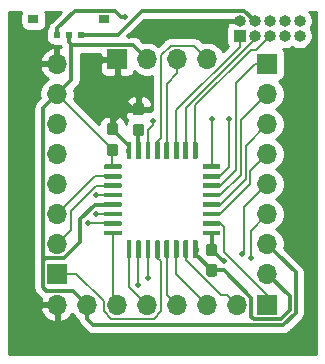
<source format=gtl>
G04 #@! TF.GenerationSoftware,KiCad,Pcbnew,(5.1.5-0-10_14)*
G04 #@! TF.CreationDate,2020-04-26T19:30:02+09:00*
G04 #@! TF.ProjectId,TriCon,54726943-6f6e-42e6-9b69-6361645f7063,1.0*
G04 #@! TF.SameCoordinates,Original*
G04 #@! TF.FileFunction,Copper,L1,Top*
G04 #@! TF.FilePolarity,Positive*
%FSLAX46Y46*%
G04 Gerber Fmt 4.6, Leading zero omitted, Abs format (unit mm)*
G04 Created by KiCad (PCBNEW (5.1.5-0-10_14)) date 2020-04-26 19:30:02*
%MOMM*%
%LPD*%
G04 APERTURE LIST*
%ADD10C,0.100000*%
%ADD11O,1.000000X1.000000*%
%ADD12R,1.000000X1.000000*%
%ADD13O,1.700000X1.700000*%
%ADD14R,1.700000X1.700000*%
%ADD15R,0.900000X0.700000*%
%ADD16R,0.600000X0.500000*%
%ADD17C,0.508000*%
%ADD18C,0.304800*%
%ADD19C,0.203200*%
%ADD20C,0.254000*%
G04 APERTURE END LIST*
G04 #@! TA.AperFunction,SMDPad,CuDef*
D10*
G36*
X147209802Y-95075482D02*
G01*
X147219509Y-95076921D01*
X147229028Y-95079306D01*
X147238268Y-95082612D01*
X147247140Y-95086808D01*
X147255557Y-95091853D01*
X147263439Y-95097699D01*
X147270711Y-95104289D01*
X147277301Y-95111561D01*
X147283147Y-95119443D01*
X147288192Y-95127860D01*
X147292388Y-95136732D01*
X147295694Y-95145972D01*
X147298079Y-95155491D01*
X147299518Y-95165198D01*
X147300000Y-95175000D01*
X147300000Y-96475000D01*
X147299518Y-96484802D01*
X147298079Y-96494509D01*
X147295694Y-96504028D01*
X147292388Y-96513268D01*
X147288192Y-96522140D01*
X147283147Y-96530557D01*
X147277301Y-96538439D01*
X147270711Y-96545711D01*
X147263439Y-96552301D01*
X147255557Y-96558147D01*
X147247140Y-96563192D01*
X147238268Y-96567388D01*
X147229028Y-96570694D01*
X147219509Y-96573079D01*
X147209802Y-96574518D01*
X147200000Y-96575000D01*
X147000000Y-96575000D01*
X146990198Y-96574518D01*
X146980491Y-96573079D01*
X146970972Y-96570694D01*
X146961732Y-96567388D01*
X146952860Y-96563192D01*
X146944443Y-96558147D01*
X146936561Y-96552301D01*
X146929289Y-96545711D01*
X146922699Y-96538439D01*
X146916853Y-96530557D01*
X146911808Y-96522140D01*
X146907612Y-96513268D01*
X146904306Y-96504028D01*
X146901921Y-96494509D01*
X146900482Y-96484802D01*
X146900000Y-96475000D01*
X146900000Y-95175000D01*
X146900482Y-95165198D01*
X146901921Y-95155491D01*
X146904306Y-95145972D01*
X146907612Y-95136732D01*
X146911808Y-95127860D01*
X146916853Y-95119443D01*
X146922699Y-95111561D01*
X146929289Y-95104289D01*
X146936561Y-95097699D01*
X146944443Y-95091853D01*
X146952860Y-95086808D01*
X146961732Y-95082612D01*
X146970972Y-95079306D01*
X146980491Y-95076921D01*
X146990198Y-95075482D01*
X147000000Y-95075000D01*
X147200000Y-95075000D01*
X147209802Y-95075482D01*
G37*
G04 #@! TD.AperFunction*
G04 #@! TA.AperFunction,SMDPad,CuDef*
G36*
X148009802Y-95075482D02*
G01*
X148019509Y-95076921D01*
X148029028Y-95079306D01*
X148038268Y-95082612D01*
X148047140Y-95086808D01*
X148055557Y-95091853D01*
X148063439Y-95097699D01*
X148070711Y-95104289D01*
X148077301Y-95111561D01*
X148083147Y-95119443D01*
X148088192Y-95127860D01*
X148092388Y-95136732D01*
X148095694Y-95145972D01*
X148098079Y-95155491D01*
X148099518Y-95165198D01*
X148100000Y-95175000D01*
X148100000Y-96475000D01*
X148099518Y-96484802D01*
X148098079Y-96494509D01*
X148095694Y-96504028D01*
X148092388Y-96513268D01*
X148088192Y-96522140D01*
X148083147Y-96530557D01*
X148077301Y-96538439D01*
X148070711Y-96545711D01*
X148063439Y-96552301D01*
X148055557Y-96558147D01*
X148047140Y-96563192D01*
X148038268Y-96567388D01*
X148029028Y-96570694D01*
X148019509Y-96573079D01*
X148009802Y-96574518D01*
X148000000Y-96575000D01*
X147800000Y-96575000D01*
X147790198Y-96574518D01*
X147780491Y-96573079D01*
X147770972Y-96570694D01*
X147761732Y-96567388D01*
X147752860Y-96563192D01*
X147744443Y-96558147D01*
X147736561Y-96552301D01*
X147729289Y-96545711D01*
X147722699Y-96538439D01*
X147716853Y-96530557D01*
X147711808Y-96522140D01*
X147707612Y-96513268D01*
X147704306Y-96504028D01*
X147701921Y-96494509D01*
X147700482Y-96484802D01*
X147700000Y-96475000D01*
X147700000Y-95175000D01*
X147700482Y-95165198D01*
X147701921Y-95155491D01*
X147704306Y-95145972D01*
X147707612Y-95136732D01*
X147711808Y-95127860D01*
X147716853Y-95119443D01*
X147722699Y-95111561D01*
X147729289Y-95104289D01*
X147736561Y-95097699D01*
X147744443Y-95091853D01*
X147752860Y-95086808D01*
X147761732Y-95082612D01*
X147770972Y-95079306D01*
X147780491Y-95076921D01*
X147790198Y-95075482D01*
X147800000Y-95075000D01*
X148000000Y-95075000D01*
X148009802Y-95075482D01*
G37*
G04 #@! TD.AperFunction*
G04 #@! TA.AperFunction,SMDPad,CuDef*
G36*
X148809802Y-95075482D02*
G01*
X148819509Y-95076921D01*
X148829028Y-95079306D01*
X148838268Y-95082612D01*
X148847140Y-95086808D01*
X148855557Y-95091853D01*
X148863439Y-95097699D01*
X148870711Y-95104289D01*
X148877301Y-95111561D01*
X148883147Y-95119443D01*
X148888192Y-95127860D01*
X148892388Y-95136732D01*
X148895694Y-95145972D01*
X148898079Y-95155491D01*
X148899518Y-95165198D01*
X148900000Y-95175000D01*
X148900000Y-96475000D01*
X148899518Y-96484802D01*
X148898079Y-96494509D01*
X148895694Y-96504028D01*
X148892388Y-96513268D01*
X148888192Y-96522140D01*
X148883147Y-96530557D01*
X148877301Y-96538439D01*
X148870711Y-96545711D01*
X148863439Y-96552301D01*
X148855557Y-96558147D01*
X148847140Y-96563192D01*
X148838268Y-96567388D01*
X148829028Y-96570694D01*
X148819509Y-96573079D01*
X148809802Y-96574518D01*
X148800000Y-96575000D01*
X148600000Y-96575000D01*
X148590198Y-96574518D01*
X148580491Y-96573079D01*
X148570972Y-96570694D01*
X148561732Y-96567388D01*
X148552860Y-96563192D01*
X148544443Y-96558147D01*
X148536561Y-96552301D01*
X148529289Y-96545711D01*
X148522699Y-96538439D01*
X148516853Y-96530557D01*
X148511808Y-96522140D01*
X148507612Y-96513268D01*
X148504306Y-96504028D01*
X148501921Y-96494509D01*
X148500482Y-96484802D01*
X148500000Y-96475000D01*
X148500000Y-95175000D01*
X148500482Y-95165198D01*
X148501921Y-95155491D01*
X148504306Y-95145972D01*
X148507612Y-95136732D01*
X148511808Y-95127860D01*
X148516853Y-95119443D01*
X148522699Y-95111561D01*
X148529289Y-95104289D01*
X148536561Y-95097699D01*
X148544443Y-95091853D01*
X148552860Y-95086808D01*
X148561732Y-95082612D01*
X148570972Y-95079306D01*
X148580491Y-95076921D01*
X148590198Y-95075482D01*
X148600000Y-95075000D01*
X148800000Y-95075000D01*
X148809802Y-95075482D01*
G37*
G04 #@! TD.AperFunction*
G04 #@! TA.AperFunction,SMDPad,CuDef*
G36*
X149609802Y-95075482D02*
G01*
X149619509Y-95076921D01*
X149629028Y-95079306D01*
X149638268Y-95082612D01*
X149647140Y-95086808D01*
X149655557Y-95091853D01*
X149663439Y-95097699D01*
X149670711Y-95104289D01*
X149677301Y-95111561D01*
X149683147Y-95119443D01*
X149688192Y-95127860D01*
X149692388Y-95136732D01*
X149695694Y-95145972D01*
X149698079Y-95155491D01*
X149699518Y-95165198D01*
X149700000Y-95175000D01*
X149700000Y-96475000D01*
X149699518Y-96484802D01*
X149698079Y-96494509D01*
X149695694Y-96504028D01*
X149692388Y-96513268D01*
X149688192Y-96522140D01*
X149683147Y-96530557D01*
X149677301Y-96538439D01*
X149670711Y-96545711D01*
X149663439Y-96552301D01*
X149655557Y-96558147D01*
X149647140Y-96563192D01*
X149638268Y-96567388D01*
X149629028Y-96570694D01*
X149619509Y-96573079D01*
X149609802Y-96574518D01*
X149600000Y-96575000D01*
X149400000Y-96575000D01*
X149390198Y-96574518D01*
X149380491Y-96573079D01*
X149370972Y-96570694D01*
X149361732Y-96567388D01*
X149352860Y-96563192D01*
X149344443Y-96558147D01*
X149336561Y-96552301D01*
X149329289Y-96545711D01*
X149322699Y-96538439D01*
X149316853Y-96530557D01*
X149311808Y-96522140D01*
X149307612Y-96513268D01*
X149304306Y-96504028D01*
X149301921Y-96494509D01*
X149300482Y-96484802D01*
X149300000Y-96475000D01*
X149300000Y-95175000D01*
X149300482Y-95165198D01*
X149301921Y-95155491D01*
X149304306Y-95145972D01*
X149307612Y-95136732D01*
X149311808Y-95127860D01*
X149316853Y-95119443D01*
X149322699Y-95111561D01*
X149329289Y-95104289D01*
X149336561Y-95097699D01*
X149344443Y-95091853D01*
X149352860Y-95086808D01*
X149361732Y-95082612D01*
X149370972Y-95079306D01*
X149380491Y-95076921D01*
X149390198Y-95075482D01*
X149400000Y-95075000D01*
X149600000Y-95075000D01*
X149609802Y-95075482D01*
G37*
G04 #@! TD.AperFunction*
G04 #@! TA.AperFunction,SMDPad,CuDef*
G36*
X150409802Y-95075482D02*
G01*
X150419509Y-95076921D01*
X150429028Y-95079306D01*
X150438268Y-95082612D01*
X150447140Y-95086808D01*
X150455557Y-95091853D01*
X150463439Y-95097699D01*
X150470711Y-95104289D01*
X150477301Y-95111561D01*
X150483147Y-95119443D01*
X150488192Y-95127860D01*
X150492388Y-95136732D01*
X150495694Y-95145972D01*
X150498079Y-95155491D01*
X150499518Y-95165198D01*
X150500000Y-95175000D01*
X150500000Y-96475000D01*
X150499518Y-96484802D01*
X150498079Y-96494509D01*
X150495694Y-96504028D01*
X150492388Y-96513268D01*
X150488192Y-96522140D01*
X150483147Y-96530557D01*
X150477301Y-96538439D01*
X150470711Y-96545711D01*
X150463439Y-96552301D01*
X150455557Y-96558147D01*
X150447140Y-96563192D01*
X150438268Y-96567388D01*
X150429028Y-96570694D01*
X150419509Y-96573079D01*
X150409802Y-96574518D01*
X150400000Y-96575000D01*
X150200000Y-96575000D01*
X150190198Y-96574518D01*
X150180491Y-96573079D01*
X150170972Y-96570694D01*
X150161732Y-96567388D01*
X150152860Y-96563192D01*
X150144443Y-96558147D01*
X150136561Y-96552301D01*
X150129289Y-96545711D01*
X150122699Y-96538439D01*
X150116853Y-96530557D01*
X150111808Y-96522140D01*
X150107612Y-96513268D01*
X150104306Y-96504028D01*
X150101921Y-96494509D01*
X150100482Y-96484802D01*
X150100000Y-96475000D01*
X150100000Y-95175000D01*
X150100482Y-95165198D01*
X150101921Y-95155491D01*
X150104306Y-95145972D01*
X150107612Y-95136732D01*
X150111808Y-95127860D01*
X150116853Y-95119443D01*
X150122699Y-95111561D01*
X150129289Y-95104289D01*
X150136561Y-95097699D01*
X150144443Y-95091853D01*
X150152860Y-95086808D01*
X150161732Y-95082612D01*
X150170972Y-95079306D01*
X150180491Y-95076921D01*
X150190198Y-95075482D01*
X150200000Y-95075000D01*
X150400000Y-95075000D01*
X150409802Y-95075482D01*
G37*
G04 #@! TD.AperFunction*
G04 #@! TA.AperFunction,SMDPad,CuDef*
G36*
X151209802Y-95075482D02*
G01*
X151219509Y-95076921D01*
X151229028Y-95079306D01*
X151238268Y-95082612D01*
X151247140Y-95086808D01*
X151255557Y-95091853D01*
X151263439Y-95097699D01*
X151270711Y-95104289D01*
X151277301Y-95111561D01*
X151283147Y-95119443D01*
X151288192Y-95127860D01*
X151292388Y-95136732D01*
X151295694Y-95145972D01*
X151298079Y-95155491D01*
X151299518Y-95165198D01*
X151300000Y-95175000D01*
X151300000Y-96475000D01*
X151299518Y-96484802D01*
X151298079Y-96494509D01*
X151295694Y-96504028D01*
X151292388Y-96513268D01*
X151288192Y-96522140D01*
X151283147Y-96530557D01*
X151277301Y-96538439D01*
X151270711Y-96545711D01*
X151263439Y-96552301D01*
X151255557Y-96558147D01*
X151247140Y-96563192D01*
X151238268Y-96567388D01*
X151229028Y-96570694D01*
X151219509Y-96573079D01*
X151209802Y-96574518D01*
X151200000Y-96575000D01*
X151000000Y-96575000D01*
X150990198Y-96574518D01*
X150980491Y-96573079D01*
X150970972Y-96570694D01*
X150961732Y-96567388D01*
X150952860Y-96563192D01*
X150944443Y-96558147D01*
X150936561Y-96552301D01*
X150929289Y-96545711D01*
X150922699Y-96538439D01*
X150916853Y-96530557D01*
X150911808Y-96522140D01*
X150907612Y-96513268D01*
X150904306Y-96504028D01*
X150901921Y-96494509D01*
X150900482Y-96484802D01*
X150900000Y-96475000D01*
X150900000Y-95175000D01*
X150900482Y-95165198D01*
X150901921Y-95155491D01*
X150904306Y-95145972D01*
X150907612Y-95136732D01*
X150911808Y-95127860D01*
X150916853Y-95119443D01*
X150922699Y-95111561D01*
X150929289Y-95104289D01*
X150936561Y-95097699D01*
X150944443Y-95091853D01*
X150952860Y-95086808D01*
X150961732Y-95082612D01*
X150970972Y-95079306D01*
X150980491Y-95076921D01*
X150990198Y-95075482D01*
X151000000Y-95075000D01*
X151200000Y-95075000D01*
X151209802Y-95075482D01*
G37*
G04 #@! TD.AperFunction*
G04 #@! TA.AperFunction,SMDPad,CuDef*
G36*
X152009802Y-95075482D02*
G01*
X152019509Y-95076921D01*
X152029028Y-95079306D01*
X152038268Y-95082612D01*
X152047140Y-95086808D01*
X152055557Y-95091853D01*
X152063439Y-95097699D01*
X152070711Y-95104289D01*
X152077301Y-95111561D01*
X152083147Y-95119443D01*
X152088192Y-95127860D01*
X152092388Y-95136732D01*
X152095694Y-95145972D01*
X152098079Y-95155491D01*
X152099518Y-95165198D01*
X152100000Y-95175000D01*
X152100000Y-96475000D01*
X152099518Y-96484802D01*
X152098079Y-96494509D01*
X152095694Y-96504028D01*
X152092388Y-96513268D01*
X152088192Y-96522140D01*
X152083147Y-96530557D01*
X152077301Y-96538439D01*
X152070711Y-96545711D01*
X152063439Y-96552301D01*
X152055557Y-96558147D01*
X152047140Y-96563192D01*
X152038268Y-96567388D01*
X152029028Y-96570694D01*
X152019509Y-96573079D01*
X152009802Y-96574518D01*
X152000000Y-96575000D01*
X151800000Y-96575000D01*
X151790198Y-96574518D01*
X151780491Y-96573079D01*
X151770972Y-96570694D01*
X151761732Y-96567388D01*
X151752860Y-96563192D01*
X151744443Y-96558147D01*
X151736561Y-96552301D01*
X151729289Y-96545711D01*
X151722699Y-96538439D01*
X151716853Y-96530557D01*
X151711808Y-96522140D01*
X151707612Y-96513268D01*
X151704306Y-96504028D01*
X151701921Y-96494509D01*
X151700482Y-96484802D01*
X151700000Y-96475000D01*
X151700000Y-95175000D01*
X151700482Y-95165198D01*
X151701921Y-95155491D01*
X151704306Y-95145972D01*
X151707612Y-95136732D01*
X151711808Y-95127860D01*
X151716853Y-95119443D01*
X151722699Y-95111561D01*
X151729289Y-95104289D01*
X151736561Y-95097699D01*
X151744443Y-95091853D01*
X151752860Y-95086808D01*
X151761732Y-95082612D01*
X151770972Y-95079306D01*
X151780491Y-95076921D01*
X151790198Y-95075482D01*
X151800000Y-95075000D01*
X152000000Y-95075000D01*
X152009802Y-95075482D01*
G37*
G04 #@! TD.AperFunction*
G04 #@! TA.AperFunction,SMDPad,CuDef*
G36*
X152809802Y-95075482D02*
G01*
X152819509Y-95076921D01*
X152829028Y-95079306D01*
X152838268Y-95082612D01*
X152847140Y-95086808D01*
X152855557Y-95091853D01*
X152863439Y-95097699D01*
X152870711Y-95104289D01*
X152877301Y-95111561D01*
X152883147Y-95119443D01*
X152888192Y-95127860D01*
X152892388Y-95136732D01*
X152895694Y-95145972D01*
X152898079Y-95155491D01*
X152899518Y-95165198D01*
X152900000Y-95175000D01*
X152900000Y-96475000D01*
X152899518Y-96484802D01*
X152898079Y-96494509D01*
X152895694Y-96504028D01*
X152892388Y-96513268D01*
X152888192Y-96522140D01*
X152883147Y-96530557D01*
X152877301Y-96538439D01*
X152870711Y-96545711D01*
X152863439Y-96552301D01*
X152855557Y-96558147D01*
X152847140Y-96563192D01*
X152838268Y-96567388D01*
X152829028Y-96570694D01*
X152819509Y-96573079D01*
X152809802Y-96574518D01*
X152800000Y-96575000D01*
X152600000Y-96575000D01*
X152590198Y-96574518D01*
X152580491Y-96573079D01*
X152570972Y-96570694D01*
X152561732Y-96567388D01*
X152552860Y-96563192D01*
X152544443Y-96558147D01*
X152536561Y-96552301D01*
X152529289Y-96545711D01*
X152522699Y-96538439D01*
X152516853Y-96530557D01*
X152511808Y-96522140D01*
X152507612Y-96513268D01*
X152504306Y-96504028D01*
X152501921Y-96494509D01*
X152500482Y-96484802D01*
X152500000Y-96475000D01*
X152500000Y-95175000D01*
X152500482Y-95165198D01*
X152501921Y-95155491D01*
X152504306Y-95145972D01*
X152507612Y-95136732D01*
X152511808Y-95127860D01*
X152516853Y-95119443D01*
X152522699Y-95111561D01*
X152529289Y-95104289D01*
X152536561Y-95097699D01*
X152544443Y-95091853D01*
X152552860Y-95086808D01*
X152561732Y-95082612D01*
X152570972Y-95079306D01*
X152580491Y-95076921D01*
X152590198Y-95075482D01*
X152600000Y-95075000D01*
X152800000Y-95075000D01*
X152809802Y-95075482D01*
G37*
G04 #@! TD.AperFunction*
G04 #@! TA.AperFunction,SMDPad,CuDef*
G36*
X154734802Y-97000482D02*
G01*
X154744509Y-97001921D01*
X154754028Y-97004306D01*
X154763268Y-97007612D01*
X154772140Y-97011808D01*
X154780557Y-97016853D01*
X154788439Y-97022699D01*
X154795711Y-97029289D01*
X154802301Y-97036561D01*
X154808147Y-97044443D01*
X154813192Y-97052860D01*
X154817388Y-97061732D01*
X154820694Y-97070972D01*
X154823079Y-97080491D01*
X154824518Y-97090198D01*
X154825000Y-97100000D01*
X154825000Y-97300000D01*
X154824518Y-97309802D01*
X154823079Y-97319509D01*
X154820694Y-97329028D01*
X154817388Y-97338268D01*
X154813192Y-97347140D01*
X154808147Y-97355557D01*
X154802301Y-97363439D01*
X154795711Y-97370711D01*
X154788439Y-97377301D01*
X154780557Y-97383147D01*
X154772140Y-97388192D01*
X154763268Y-97392388D01*
X154754028Y-97395694D01*
X154744509Y-97398079D01*
X154734802Y-97399518D01*
X154725000Y-97400000D01*
X153425000Y-97400000D01*
X153415198Y-97399518D01*
X153405491Y-97398079D01*
X153395972Y-97395694D01*
X153386732Y-97392388D01*
X153377860Y-97388192D01*
X153369443Y-97383147D01*
X153361561Y-97377301D01*
X153354289Y-97370711D01*
X153347699Y-97363439D01*
X153341853Y-97355557D01*
X153336808Y-97347140D01*
X153332612Y-97338268D01*
X153329306Y-97329028D01*
X153326921Y-97319509D01*
X153325482Y-97309802D01*
X153325000Y-97300000D01*
X153325000Y-97100000D01*
X153325482Y-97090198D01*
X153326921Y-97080491D01*
X153329306Y-97070972D01*
X153332612Y-97061732D01*
X153336808Y-97052860D01*
X153341853Y-97044443D01*
X153347699Y-97036561D01*
X153354289Y-97029289D01*
X153361561Y-97022699D01*
X153369443Y-97016853D01*
X153377860Y-97011808D01*
X153386732Y-97007612D01*
X153395972Y-97004306D01*
X153405491Y-97001921D01*
X153415198Y-97000482D01*
X153425000Y-97000000D01*
X154725000Y-97000000D01*
X154734802Y-97000482D01*
G37*
G04 #@! TD.AperFunction*
G04 #@! TA.AperFunction,SMDPad,CuDef*
G36*
X154734802Y-97800482D02*
G01*
X154744509Y-97801921D01*
X154754028Y-97804306D01*
X154763268Y-97807612D01*
X154772140Y-97811808D01*
X154780557Y-97816853D01*
X154788439Y-97822699D01*
X154795711Y-97829289D01*
X154802301Y-97836561D01*
X154808147Y-97844443D01*
X154813192Y-97852860D01*
X154817388Y-97861732D01*
X154820694Y-97870972D01*
X154823079Y-97880491D01*
X154824518Y-97890198D01*
X154825000Y-97900000D01*
X154825000Y-98100000D01*
X154824518Y-98109802D01*
X154823079Y-98119509D01*
X154820694Y-98129028D01*
X154817388Y-98138268D01*
X154813192Y-98147140D01*
X154808147Y-98155557D01*
X154802301Y-98163439D01*
X154795711Y-98170711D01*
X154788439Y-98177301D01*
X154780557Y-98183147D01*
X154772140Y-98188192D01*
X154763268Y-98192388D01*
X154754028Y-98195694D01*
X154744509Y-98198079D01*
X154734802Y-98199518D01*
X154725000Y-98200000D01*
X153425000Y-98200000D01*
X153415198Y-98199518D01*
X153405491Y-98198079D01*
X153395972Y-98195694D01*
X153386732Y-98192388D01*
X153377860Y-98188192D01*
X153369443Y-98183147D01*
X153361561Y-98177301D01*
X153354289Y-98170711D01*
X153347699Y-98163439D01*
X153341853Y-98155557D01*
X153336808Y-98147140D01*
X153332612Y-98138268D01*
X153329306Y-98129028D01*
X153326921Y-98119509D01*
X153325482Y-98109802D01*
X153325000Y-98100000D01*
X153325000Y-97900000D01*
X153325482Y-97890198D01*
X153326921Y-97880491D01*
X153329306Y-97870972D01*
X153332612Y-97861732D01*
X153336808Y-97852860D01*
X153341853Y-97844443D01*
X153347699Y-97836561D01*
X153354289Y-97829289D01*
X153361561Y-97822699D01*
X153369443Y-97816853D01*
X153377860Y-97811808D01*
X153386732Y-97807612D01*
X153395972Y-97804306D01*
X153405491Y-97801921D01*
X153415198Y-97800482D01*
X153425000Y-97800000D01*
X154725000Y-97800000D01*
X154734802Y-97800482D01*
G37*
G04 #@! TD.AperFunction*
G04 #@! TA.AperFunction,SMDPad,CuDef*
G36*
X154734802Y-98600482D02*
G01*
X154744509Y-98601921D01*
X154754028Y-98604306D01*
X154763268Y-98607612D01*
X154772140Y-98611808D01*
X154780557Y-98616853D01*
X154788439Y-98622699D01*
X154795711Y-98629289D01*
X154802301Y-98636561D01*
X154808147Y-98644443D01*
X154813192Y-98652860D01*
X154817388Y-98661732D01*
X154820694Y-98670972D01*
X154823079Y-98680491D01*
X154824518Y-98690198D01*
X154825000Y-98700000D01*
X154825000Y-98900000D01*
X154824518Y-98909802D01*
X154823079Y-98919509D01*
X154820694Y-98929028D01*
X154817388Y-98938268D01*
X154813192Y-98947140D01*
X154808147Y-98955557D01*
X154802301Y-98963439D01*
X154795711Y-98970711D01*
X154788439Y-98977301D01*
X154780557Y-98983147D01*
X154772140Y-98988192D01*
X154763268Y-98992388D01*
X154754028Y-98995694D01*
X154744509Y-98998079D01*
X154734802Y-98999518D01*
X154725000Y-99000000D01*
X153425000Y-99000000D01*
X153415198Y-98999518D01*
X153405491Y-98998079D01*
X153395972Y-98995694D01*
X153386732Y-98992388D01*
X153377860Y-98988192D01*
X153369443Y-98983147D01*
X153361561Y-98977301D01*
X153354289Y-98970711D01*
X153347699Y-98963439D01*
X153341853Y-98955557D01*
X153336808Y-98947140D01*
X153332612Y-98938268D01*
X153329306Y-98929028D01*
X153326921Y-98919509D01*
X153325482Y-98909802D01*
X153325000Y-98900000D01*
X153325000Y-98700000D01*
X153325482Y-98690198D01*
X153326921Y-98680491D01*
X153329306Y-98670972D01*
X153332612Y-98661732D01*
X153336808Y-98652860D01*
X153341853Y-98644443D01*
X153347699Y-98636561D01*
X153354289Y-98629289D01*
X153361561Y-98622699D01*
X153369443Y-98616853D01*
X153377860Y-98611808D01*
X153386732Y-98607612D01*
X153395972Y-98604306D01*
X153405491Y-98601921D01*
X153415198Y-98600482D01*
X153425000Y-98600000D01*
X154725000Y-98600000D01*
X154734802Y-98600482D01*
G37*
G04 #@! TD.AperFunction*
G04 #@! TA.AperFunction,SMDPad,CuDef*
G36*
X154734802Y-99400482D02*
G01*
X154744509Y-99401921D01*
X154754028Y-99404306D01*
X154763268Y-99407612D01*
X154772140Y-99411808D01*
X154780557Y-99416853D01*
X154788439Y-99422699D01*
X154795711Y-99429289D01*
X154802301Y-99436561D01*
X154808147Y-99444443D01*
X154813192Y-99452860D01*
X154817388Y-99461732D01*
X154820694Y-99470972D01*
X154823079Y-99480491D01*
X154824518Y-99490198D01*
X154825000Y-99500000D01*
X154825000Y-99700000D01*
X154824518Y-99709802D01*
X154823079Y-99719509D01*
X154820694Y-99729028D01*
X154817388Y-99738268D01*
X154813192Y-99747140D01*
X154808147Y-99755557D01*
X154802301Y-99763439D01*
X154795711Y-99770711D01*
X154788439Y-99777301D01*
X154780557Y-99783147D01*
X154772140Y-99788192D01*
X154763268Y-99792388D01*
X154754028Y-99795694D01*
X154744509Y-99798079D01*
X154734802Y-99799518D01*
X154725000Y-99800000D01*
X153425000Y-99800000D01*
X153415198Y-99799518D01*
X153405491Y-99798079D01*
X153395972Y-99795694D01*
X153386732Y-99792388D01*
X153377860Y-99788192D01*
X153369443Y-99783147D01*
X153361561Y-99777301D01*
X153354289Y-99770711D01*
X153347699Y-99763439D01*
X153341853Y-99755557D01*
X153336808Y-99747140D01*
X153332612Y-99738268D01*
X153329306Y-99729028D01*
X153326921Y-99719509D01*
X153325482Y-99709802D01*
X153325000Y-99700000D01*
X153325000Y-99500000D01*
X153325482Y-99490198D01*
X153326921Y-99480491D01*
X153329306Y-99470972D01*
X153332612Y-99461732D01*
X153336808Y-99452860D01*
X153341853Y-99444443D01*
X153347699Y-99436561D01*
X153354289Y-99429289D01*
X153361561Y-99422699D01*
X153369443Y-99416853D01*
X153377860Y-99411808D01*
X153386732Y-99407612D01*
X153395972Y-99404306D01*
X153405491Y-99401921D01*
X153415198Y-99400482D01*
X153425000Y-99400000D01*
X154725000Y-99400000D01*
X154734802Y-99400482D01*
G37*
G04 #@! TD.AperFunction*
G04 #@! TA.AperFunction,SMDPad,CuDef*
G36*
X154734802Y-100200482D02*
G01*
X154744509Y-100201921D01*
X154754028Y-100204306D01*
X154763268Y-100207612D01*
X154772140Y-100211808D01*
X154780557Y-100216853D01*
X154788439Y-100222699D01*
X154795711Y-100229289D01*
X154802301Y-100236561D01*
X154808147Y-100244443D01*
X154813192Y-100252860D01*
X154817388Y-100261732D01*
X154820694Y-100270972D01*
X154823079Y-100280491D01*
X154824518Y-100290198D01*
X154825000Y-100300000D01*
X154825000Y-100500000D01*
X154824518Y-100509802D01*
X154823079Y-100519509D01*
X154820694Y-100529028D01*
X154817388Y-100538268D01*
X154813192Y-100547140D01*
X154808147Y-100555557D01*
X154802301Y-100563439D01*
X154795711Y-100570711D01*
X154788439Y-100577301D01*
X154780557Y-100583147D01*
X154772140Y-100588192D01*
X154763268Y-100592388D01*
X154754028Y-100595694D01*
X154744509Y-100598079D01*
X154734802Y-100599518D01*
X154725000Y-100600000D01*
X153425000Y-100600000D01*
X153415198Y-100599518D01*
X153405491Y-100598079D01*
X153395972Y-100595694D01*
X153386732Y-100592388D01*
X153377860Y-100588192D01*
X153369443Y-100583147D01*
X153361561Y-100577301D01*
X153354289Y-100570711D01*
X153347699Y-100563439D01*
X153341853Y-100555557D01*
X153336808Y-100547140D01*
X153332612Y-100538268D01*
X153329306Y-100529028D01*
X153326921Y-100519509D01*
X153325482Y-100509802D01*
X153325000Y-100500000D01*
X153325000Y-100300000D01*
X153325482Y-100290198D01*
X153326921Y-100280491D01*
X153329306Y-100270972D01*
X153332612Y-100261732D01*
X153336808Y-100252860D01*
X153341853Y-100244443D01*
X153347699Y-100236561D01*
X153354289Y-100229289D01*
X153361561Y-100222699D01*
X153369443Y-100216853D01*
X153377860Y-100211808D01*
X153386732Y-100207612D01*
X153395972Y-100204306D01*
X153405491Y-100201921D01*
X153415198Y-100200482D01*
X153425000Y-100200000D01*
X154725000Y-100200000D01*
X154734802Y-100200482D01*
G37*
G04 #@! TD.AperFunction*
G04 #@! TA.AperFunction,SMDPad,CuDef*
G36*
X154734802Y-101000482D02*
G01*
X154744509Y-101001921D01*
X154754028Y-101004306D01*
X154763268Y-101007612D01*
X154772140Y-101011808D01*
X154780557Y-101016853D01*
X154788439Y-101022699D01*
X154795711Y-101029289D01*
X154802301Y-101036561D01*
X154808147Y-101044443D01*
X154813192Y-101052860D01*
X154817388Y-101061732D01*
X154820694Y-101070972D01*
X154823079Y-101080491D01*
X154824518Y-101090198D01*
X154825000Y-101100000D01*
X154825000Y-101300000D01*
X154824518Y-101309802D01*
X154823079Y-101319509D01*
X154820694Y-101329028D01*
X154817388Y-101338268D01*
X154813192Y-101347140D01*
X154808147Y-101355557D01*
X154802301Y-101363439D01*
X154795711Y-101370711D01*
X154788439Y-101377301D01*
X154780557Y-101383147D01*
X154772140Y-101388192D01*
X154763268Y-101392388D01*
X154754028Y-101395694D01*
X154744509Y-101398079D01*
X154734802Y-101399518D01*
X154725000Y-101400000D01*
X153425000Y-101400000D01*
X153415198Y-101399518D01*
X153405491Y-101398079D01*
X153395972Y-101395694D01*
X153386732Y-101392388D01*
X153377860Y-101388192D01*
X153369443Y-101383147D01*
X153361561Y-101377301D01*
X153354289Y-101370711D01*
X153347699Y-101363439D01*
X153341853Y-101355557D01*
X153336808Y-101347140D01*
X153332612Y-101338268D01*
X153329306Y-101329028D01*
X153326921Y-101319509D01*
X153325482Y-101309802D01*
X153325000Y-101300000D01*
X153325000Y-101100000D01*
X153325482Y-101090198D01*
X153326921Y-101080491D01*
X153329306Y-101070972D01*
X153332612Y-101061732D01*
X153336808Y-101052860D01*
X153341853Y-101044443D01*
X153347699Y-101036561D01*
X153354289Y-101029289D01*
X153361561Y-101022699D01*
X153369443Y-101016853D01*
X153377860Y-101011808D01*
X153386732Y-101007612D01*
X153395972Y-101004306D01*
X153405491Y-101001921D01*
X153415198Y-101000482D01*
X153425000Y-101000000D01*
X154725000Y-101000000D01*
X154734802Y-101000482D01*
G37*
G04 #@! TD.AperFunction*
G04 #@! TA.AperFunction,SMDPad,CuDef*
G36*
X154734802Y-101800482D02*
G01*
X154744509Y-101801921D01*
X154754028Y-101804306D01*
X154763268Y-101807612D01*
X154772140Y-101811808D01*
X154780557Y-101816853D01*
X154788439Y-101822699D01*
X154795711Y-101829289D01*
X154802301Y-101836561D01*
X154808147Y-101844443D01*
X154813192Y-101852860D01*
X154817388Y-101861732D01*
X154820694Y-101870972D01*
X154823079Y-101880491D01*
X154824518Y-101890198D01*
X154825000Y-101900000D01*
X154825000Y-102100000D01*
X154824518Y-102109802D01*
X154823079Y-102119509D01*
X154820694Y-102129028D01*
X154817388Y-102138268D01*
X154813192Y-102147140D01*
X154808147Y-102155557D01*
X154802301Y-102163439D01*
X154795711Y-102170711D01*
X154788439Y-102177301D01*
X154780557Y-102183147D01*
X154772140Y-102188192D01*
X154763268Y-102192388D01*
X154754028Y-102195694D01*
X154744509Y-102198079D01*
X154734802Y-102199518D01*
X154725000Y-102200000D01*
X153425000Y-102200000D01*
X153415198Y-102199518D01*
X153405491Y-102198079D01*
X153395972Y-102195694D01*
X153386732Y-102192388D01*
X153377860Y-102188192D01*
X153369443Y-102183147D01*
X153361561Y-102177301D01*
X153354289Y-102170711D01*
X153347699Y-102163439D01*
X153341853Y-102155557D01*
X153336808Y-102147140D01*
X153332612Y-102138268D01*
X153329306Y-102129028D01*
X153326921Y-102119509D01*
X153325482Y-102109802D01*
X153325000Y-102100000D01*
X153325000Y-101900000D01*
X153325482Y-101890198D01*
X153326921Y-101880491D01*
X153329306Y-101870972D01*
X153332612Y-101861732D01*
X153336808Y-101852860D01*
X153341853Y-101844443D01*
X153347699Y-101836561D01*
X153354289Y-101829289D01*
X153361561Y-101822699D01*
X153369443Y-101816853D01*
X153377860Y-101811808D01*
X153386732Y-101807612D01*
X153395972Y-101804306D01*
X153405491Y-101801921D01*
X153415198Y-101800482D01*
X153425000Y-101800000D01*
X154725000Y-101800000D01*
X154734802Y-101800482D01*
G37*
G04 #@! TD.AperFunction*
G04 #@! TA.AperFunction,SMDPad,CuDef*
G36*
X154734802Y-102600482D02*
G01*
X154744509Y-102601921D01*
X154754028Y-102604306D01*
X154763268Y-102607612D01*
X154772140Y-102611808D01*
X154780557Y-102616853D01*
X154788439Y-102622699D01*
X154795711Y-102629289D01*
X154802301Y-102636561D01*
X154808147Y-102644443D01*
X154813192Y-102652860D01*
X154817388Y-102661732D01*
X154820694Y-102670972D01*
X154823079Y-102680491D01*
X154824518Y-102690198D01*
X154825000Y-102700000D01*
X154825000Y-102900000D01*
X154824518Y-102909802D01*
X154823079Y-102919509D01*
X154820694Y-102929028D01*
X154817388Y-102938268D01*
X154813192Y-102947140D01*
X154808147Y-102955557D01*
X154802301Y-102963439D01*
X154795711Y-102970711D01*
X154788439Y-102977301D01*
X154780557Y-102983147D01*
X154772140Y-102988192D01*
X154763268Y-102992388D01*
X154754028Y-102995694D01*
X154744509Y-102998079D01*
X154734802Y-102999518D01*
X154725000Y-103000000D01*
X153425000Y-103000000D01*
X153415198Y-102999518D01*
X153405491Y-102998079D01*
X153395972Y-102995694D01*
X153386732Y-102992388D01*
X153377860Y-102988192D01*
X153369443Y-102983147D01*
X153361561Y-102977301D01*
X153354289Y-102970711D01*
X153347699Y-102963439D01*
X153341853Y-102955557D01*
X153336808Y-102947140D01*
X153332612Y-102938268D01*
X153329306Y-102929028D01*
X153326921Y-102919509D01*
X153325482Y-102909802D01*
X153325000Y-102900000D01*
X153325000Y-102700000D01*
X153325482Y-102690198D01*
X153326921Y-102680491D01*
X153329306Y-102670972D01*
X153332612Y-102661732D01*
X153336808Y-102652860D01*
X153341853Y-102644443D01*
X153347699Y-102636561D01*
X153354289Y-102629289D01*
X153361561Y-102622699D01*
X153369443Y-102616853D01*
X153377860Y-102611808D01*
X153386732Y-102607612D01*
X153395972Y-102604306D01*
X153405491Y-102601921D01*
X153415198Y-102600482D01*
X153425000Y-102600000D01*
X154725000Y-102600000D01*
X154734802Y-102600482D01*
G37*
G04 #@! TD.AperFunction*
G04 #@! TA.AperFunction,SMDPad,CuDef*
G36*
X152809802Y-103425482D02*
G01*
X152819509Y-103426921D01*
X152829028Y-103429306D01*
X152838268Y-103432612D01*
X152847140Y-103436808D01*
X152855557Y-103441853D01*
X152863439Y-103447699D01*
X152870711Y-103454289D01*
X152877301Y-103461561D01*
X152883147Y-103469443D01*
X152888192Y-103477860D01*
X152892388Y-103486732D01*
X152895694Y-103495972D01*
X152898079Y-103505491D01*
X152899518Y-103515198D01*
X152900000Y-103525000D01*
X152900000Y-104825000D01*
X152899518Y-104834802D01*
X152898079Y-104844509D01*
X152895694Y-104854028D01*
X152892388Y-104863268D01*
X152888192Y-104872140D01*
X152883147Y-104880557D01*
X152877301Y-104888439D01*
X152870711Y-104895711D01*
X152863439Y-104902301D01*
X152855557Y-104908147D01*
X152847140Y-104913192D01*
X152838268Y-104917388D01*
X152829028Y-104920694D01*
X152819509Y-104923079D01*
X152809802Y-104924518D01*
X152800000Y-104925000D01*
X152600000Y-104925000D01*
X152590198Y-104924518D01*
X152580491Y-104923079D01*
X152570972Y-104920694D01*
X152561732Y-104917388D01*
X152552860Y-104913192D01*
X152544443Y-104908147D01*
X152536561Y-104902301D01*
X152529289Y-104895711D01*
X152522699Y-104888439D01*
X152516853Y-104880557D01*
X152511808Y-104872140D01*
X152507612Y-104863268D01*
X152504306Y-104854028D01*
X152501921Y-104844509D01*
X152500482Y-104834802D01*
X152500000Y-104825000D01*
X152500000Y-103525000D01*
X152500482Y-103515198D01*
X152501921Y-103505491D01*
X152504306Y-103495972D01*
X152507612Y-103486732D01*
X152511808Y-103477860D01*
X152516853Y-103469443D01*
X152522699Y-103461561D01*
X152529289Y-103454289D01*
X152536561Y-103447699D01*
X152544443Y-103441853D01*
X152552860Y-103436808D01*
X152561732Y-103432612D01*
X152570972Y-103429306D01*
X152580491Y-103426921D01*
X152590198Y-103425482D01*
X152600000Y-103425000D01*
X152800000Y-103425000D01*
X152809802Y-103425482D01*
G37*
G04 #@! TD.AperFunction*
G04 #@! TA.AperFunction,SMDPad,CuDef*
G36*
X152009802Y-103425482D02*
G01*
X152019509Y-103426921D01*
X152029028Y-103429306D01*
X152038268Y-103432612D01*
X152047140Y-103436808D01*
X152055557Y-103441853D01*
X152063439Y-103447699D01*
X152070711Y-103454289D01*
X152077301Y-103461561D01*
X152083147Y-103469443D01*
X152088192Y-103477860D01*
X152092388Y-103486732D01*
X152095694Y-103495972D01*
X152098079Y-103505491D01*
X152099518Y-103515198D01*
X152100000Y-103525000D01*
X152100000Y-104825000D01*
X152099518Y-104834802D01*
X152098079Y-104844509D01*
X152095694Y-104854028D01*
X152092388Y-104863268D01*
X152088192Y-104872140D01*
X152083147Y-104880557D01*
X152077301Y-104888439D01*
X152070711Y-104895711D01*
X152063439Y-104902301D01*
X152055557Y-104908147D01*
X152047140Y-104913192D01*
X152038268Y-104917388D01*
X152029028Y-104920694D01*
X152019509Y-104923079D01*
X152009802Y-104924518D01*
X152000000Y-104925000D01*
X151800000Y-104925000D01*
X151790198Y-104924518D01*
X151780491Y-104923079D01*
X151770972Y-104920694D01*
X151761732Y-104917388D01*
X151752860Y-104913192D01*
X151744443Y-104908147D01*
X151736561Y-104902301D01*
X151729289Y-104895711D01*
X151722699Y-104888439D01*
X151716853Y-104880557D01*
X151711808Y-104872140D01*
X151707612Y-104863268D01*
X151704306Y-104854028D01*
X151701921Y-104844509D01*
X151700482Y-104834802D01*
X151700000Y-104825000D01*
X151700000Y-103525000D01*
X151700482Y-103515198D01*
X151701921Y-103505491D01*
X151704306Y-103495972D01*
X151707612Y-103486732D01*
X151711808Y-103477860D01*
X151716853Y-103469443D01*
X151722699Y-103461561D01*
X151729289Y-103454289D01*
X151736561Y-103447699D01*
X151744443Y-103441853D01*
X151752860Y-103436808D01*
X151761732Y-103432612D01*
X151770972Y-103429306D01*
X151780491Y-103426921D01*
X151790198Y-103425482D01*
X151800000Y-103425000D01*
X152000000Y-103425000D01*
X152009802Y-103425482D01*
G37*
G04 #@! TD.AperFunction*
G04 #@! TA.AperFunction,SMDPad,CuDef*
G36*
X151209802Y-103425482D02*
G01*
X151219509Y-103426921D01*
X151229028Y-103429306D01*
X151238268Y-103432612D01*
X151247140Y-103436808D01*
X151255557Y-103441853D01*
X151263439Y-103447699D01*
X151270711Y-103454289D01*
X151277301Y-103461561D01*
X151283147Y-103469443D01*
X151288192Y-103477860D01*
X151292388Y-103486732D01*
X151295694Y-103495972D01*
X151298079Y-103505491D01*
X151299518Y-103515198D01*
X151300000Y-103525000D01*
X151300000Y-104825000D01*
X151299518Y-104834802D01*
X151298079Y-104844509D01*
X151295694Y-104854028D01*
X151292388Y-104863268D01*
X151288192Y-104872140D01*
X151283147Y-104880557D01*
X151277301Y-104888439D01*
X151270711Y-104895711D01*
X151263439Y-104902301D01*
X151255557Y-104908147D01*
X151247140Y-104913192D01*
X151238268Y-104917388D01*
X151229028Y-104920694D01*
X151219509Y-104923079D01*
X151209802Y-104924518D01*
X151200000Y-104925000D01*
X151000000Y-104925000D01*
X150990198Y-104924518D01*
X150980491Y-104923079D01*
X150970972Y-104920694D01*
X150961732Y-104917388D01*
X150952860Y-104913192D01*
X150944443Y-104908147D01*
X150936561Y-104902301D01*
X150929289Y-104895711D01*
X150922699Y-104888439D01*
X150916853Y-104880557D01*
X150911808Y-104872140D01*
X150907612Y-104863268D01*
X150904306Y-104854028D01*
X150901921Y-104844509D01*
X150900482Y-104834802D01*
X150900000Y-104825000D01*
X150900000Y-103525000D01*
X150900482Y-103515198D01*
X150901921Y-103505491D01*
X150904306Y-103495972D01*
X150907612Y-103486732D01*
X150911808Y-103477860D01*
X150916853Y-103469443D01*
X150922699Y-103461561D01*
X150929289Y-103454289D01*
X150936561Y-103447699D01*
X150944443Y-103441853D01*
X150952860Y-103436808D01*
X150961732Y-103432612D01*
X150970972Y-103429306D01*
X150980491Y-103426921D01*
X150990198Y-103425482D01*
X151000000Y-103425000D01*
X151200000Y-103425000D01*
X151209802Y-103425482D01*
G37*
G04 #@! TD.AperFunction*
G04 #@! TA.AperFunction,SMDPad,CuDef*
G36*
X150409802Y-103425482D02*
G01*
X150419509Y-103426921D01*
X150429028Y-103429306D01*
X150438268Y-103432612D01*
X150447140Y-103436808D01*
X150455557Y-103441853D01*
X150463439Y-103447699D01*
X150470711Y-103454289D01*
X150477301Y-103461561D01*
X150483147Y-103469443D01*
X150488192Y-103477860D01*
X150492388Y-103486732D01*
X150495694Y-103495972D01*
X150498079Y-103505491D01*
X150499518Y-103515198D01*
X150500000Y-103525000D01*
X150500000Y-104825000D01*
X150499518Y-104834802D01*
X150498079Y-104844509D01*
X150495694Y-104854028D01*
X150492388Y-104863268D01*
X150488192Y-104872140D01*
X150483147Y-104880557D01*
X150477301Y-104888439D01*
X150470711Y-104895711D01*
X150463439Y-104902301D01*
X150455557Y-104908147D01*
X150447140Y-104913192D01*
X150438268Y-104917388D01*
X150429028Y-104920694D01*
X150419509Y-104923079D01*
X150409802Y-104924518D01*
X150400000Y-104925000D01*
X150200000Y-104925000D01*
X150190198Y-104924518D01*
X150180491Y-104923079D01*
X150170972Y-104920694D01*
X150161732Y-104917388D01*
X150152860Y-104913192D01*
X150144443Y-104908147D01*
X150136561Y-104902301D01*
X150129289Y-104895711D01*
X150122699Y-104888439D01*
X150116853Y-104880557D01*
X150111808Y-104872140D01*
X150107612Y-104863268D01*
X150104306Y-104854028D01*
X150101921Y-104844509D01*
X150100482Y-104834802D01*
X150100000Y-104825000D01*
X150100000Y-103525000D01*
X150100482Y-103515198D01*
X150101921Y-103505491D01*
X150104306Y-103495972D01*
X150107612Y-103486732D01*
X150111808Y-103477860D01*
X150116853Y-103469443D01*
X150122699Y-103461561D01*
X150129289Y-103454289D01*
X150136561Y-103447699D01*
X150144443Y-103441853D01*
X150152860Y-103436808D01*
X150161732Y-103432612D01*
X150170972Y-103429306D01*
X150180491Y-103426921D01*
X150190198Y-103425482D01*
X150200000Y-103425000D01*
X150400000Y-103425000D01*
X150409802Y-103425482D01*
G37*
G04 #@! TD.AperFunction*
G04 #@! TA.AperFunction,SMDPad,CuDef*
G36*
X149609802Y-103425482D02*
G01*
X149619509Y-103426921D01*
X149629028Y-103429306D01*
X149638268Y-103432612D01*
X149647140Y-103436808D01*
X149655557Y-103441853D01*
X149663439Y-103447699D01*
X149670711Y-103454289D01*
X149677301Y-103461561D01*
X149683147Y-103469443D01*
X149688192Y-103477860D01*
X149692388Y-103486732D01*
X149695694Y-103495972D01*
X149698079Y-103505491D01*
X149699518Y-103515198D01*
X149700000Y-103525000D01*
X149700000Y-104825000D01*
X149699518Y-104834802D01*
X149698079Y-104844509D01*
X149695694Y-104854028D01*
X149692388Y-104863268D01*
X149688192Y-104872140D01*
X149683147Y-104880557D01*
X149677301Y-104888439D01*
X149670711Y-104895711D01*
X149663439Y-104902301D01*
X149655557Y-104908147D01*
X149647140Y-104913192D01*
X149638268Y-104917388D01*
X149629028Y-104920694D01*
X149619509Y-104923079D01*
X149609802Y-104924518D01*
X149600000Y-104925000D01*
X149400000Y-104925000D01*
X149390198Y-104924518D01*
X149380491Y-104923079D01*
X149370972Y-104920694D01*
X149361732Y-104917388D01*
X149352860Y-104913192D01*
X149344443Y-104908147D01*
X149336561Y-104902301D01*
X149329289Y-104895711D01*
X149322699Y-104888439D01*
X149316853Y-104880557D01*
X149311808Y-104872140D01*
X149307612Y-104863268D01*
X149304306Y-104854028D01*
X149301921Y-104844509D01*
X149300482Y-104834802D01*
X149300000Y-104825000D01*
X149300000Y-103525000D01*
X149300482Y-103515198D01*
X149301921Y-103505491D01*
X149304306Y-103495972D01*
X149307612Y-103486732D01*
X149311808Y-103477860D01*
X149316853Y-103469443D01*
X149322699Y-103461561D01*
X149329289Y-103454289D01*
X149336561Y-103447699D01*
X149344443Y-103441853D01*
X149352860Y-103436808D01*
X149361732Y-103432612D01*
X149370972Y-103429306D01*
X149380491Y-103426921D01*
X149390198Y-103425482D01*
X149400000Y-103425000D01*
X149600000Y-103425000D01*
X149609802Y-103425482D01*
G37*
G04 #@! TD.AperFunction*
G04 #@! TA.AperFunction,SMDPad,CuDef*
G36*
X148809802Y-103425482D02*
G01*
X148819509Y-103426921D01*
X148829028Y-103429306D01*
X148838268Y-103432612D01*
X148847140Y-103436808D01*
X148855557Y-103441853D01*
X148863439Y-103447699D01*
X148870711Y-103454289D01*
X148877301Y-103461561D01*
X148883147Y-103469443D01*
X148888192Y-103477860D01*
X148892388Y-103486732D01*
X148895694Y-103495972D01*
X148898079Y-103505491D01*
X148899518Y-103515198D01*
X148900000Y-103525000D01*
X148900000Y-104825000D01*
X148899518Y-104834802D01*
X148898079Y-104844509D01*
X148895694Y-104854028D01*
X148892388Y-104863268D01*
X148888192Y-104872140D01*
X148883147Y-104880557D01*
X148877301Y-104888439D01*
X148870711Y-104895711D01*
X148863439Y-104902301D01*
X148855557Y-104908147D01*
X148847140Y-104913192D01*
X148838268Y-104917388D01*
X148829028Y-104920694D01*
X148819509Y-104923079D01*
X148809802Y-104924518D01*
X148800000Y-104925000D01*
X148600000Y-104925000D01*
X148590198Y-104924518D01*
X148580491Y-104923079D01*
X148570972Y-104920694D01*
X148561732Y-104917388D01*
X148552860Y-104913192D01*
X148544443Y-104908147D01*
X148536561Y-104902301D01*
X148529289Y-104895711D01*
X148522699Y-104888439D01*
X148516853Y-104880557D01*
X148511808Y-104872140D01*
X148507612Y-104863268D01*
X148504306Y-104854028D01*
X148501921Y-104844509D01*
X148500482Y-104834802D01*
X148500000Y-104825000D01*
X148500000Y-103525000D01*
X148500482Y-103515198D01*
X148501921Y-103505491D01*
X148504306Y-103495972D01*
X148507612Y-103486732D01*
X148511808Y-103477860D01*
X148516853Y-103469443D01*
X148522699Y-103461561D01*
X148529289Y-103454289D01*
X148536561Y-103447699D01*
X148544443Y-103441853D01*
X148552860Y-103436808D01*
X148561732Y-103432612D01*
X148570972Y-103429306D01*
X148580491Y-103426921D01*
X148590198Y-103425482D01*
X148600000Y-103425000D01*
X148800000Y-103425000D01*
X148809802Y-103425482D01*
G37*
G04 #@! TD.AperFunction*
G04 #@! TA.AperFunction,SMDPad,CuDef*
G36*
X148009802Y-103425482D02*
G01*
X148019509Y-103426921D01*
X148029028Y-103429306D01*
X148038268Y-103432612D01*
X148047140Y-103436808D01*
X148055557Y-103441853D01*
X148063439Y-103447699D01*
X148070711Y-103454289D01*
X148077301Y-103461561D01*
X148083147Y-103469443D01*
X148088192Y-103477860D01*
X148092388Y-103486732D01*
X148095694Y-103495972D01*
X148098079Y-103505491D01*
X148099518Y-103515198D01*
X148100000Y-103525000D01*
X148100000Y-104825000D01*
X148099518Y-104834802D01*
X148098079Y-104844509D01*
X148095694Y-104854028D01*
X148092388Y-104863268D01*
X148088192Y-104872140D01*
X148083147Y-104880557D01*
X148077301Y-104888439D01*
X148070711Y-104895711D01*
X148063439Y-104902301D01*
X148055557Y-104908147D01*
X148047140Y-104913192D01*
X148038268Y-104917388D01*
X148029028Y-104920694D01*
X148019509Y-104923079D01*
X148009802Y-104924518D01*
X148000000Y-104925000D01*
X147800000Y-104925000D01*
X147790198Y-104924518D01*
X147780491Y-104923079D01*
X147770972Y-104920694D01*
X147761732Y-104917388D01*
X147752860Y-104913192D01*
X147744443Y-104908147D01*
X147736561Y-104902301D01*
X147729289Y-104895711D01*
X147722699Y-104888439D01*
X147716853Y-104880557D01*
X147711808Y-104872140D01*
X147707612Y-104863268D01*
X147704306Y-104854028D01*
X147701921Y-104844509D01*
X147700482Y-104834802D01*
X147700000Y-104825000D01*
X147700000Y-103525000D01*
X147700482Y-103515198D01*
X147701921Y-103505491D01*
X147704306Y-103495972D01*
X147707612Y-103486732D01*
X147711808Y-103477860D01*
X147716853Y-103469443D01*
X147722699Y-103461561D01*
X147729289Y-103454289D01*
X147736561Y-103447699D01*
X147744443Y-103441853D01*
X147752860Y-103436808D01*
X147761732Y-103432612D01*
X147770972Y-103429306D01*
X147780491Y-103426921D01*
X147790198Y-103425482D01*
X147800000Y-103425000D01*
X148000000Y-103425000D01*
X148009802Y-103425482D01*
G37*
G04 #@! TD.AperFunction*
G04 #@! TA.AperFunction,SMDPad,CuDef*
G36*
X147209802Y-103425482D02*
G01*
X147219509Y-103426921D01*
X147229028Y-103429306D01*
X147238268Y-103432612D01*
X147247140Y-103436808D01*
X147255557Y-103441853D01*
X147263439Y-103447699D01*
X147270711Y-103454289D01*
X147277301Y-103461561D01*
X147283147Y-103469443D01*
X147288192Y-103477860D01*
X147292388Y-103486732D01*
X147295694Y-103495972D01*
X147298079Y-103505491D01*
X147299518Y-103515198D01*
X147300000Y-103525000D01*
X147300000Y-104825000D01*
X147299518Y-104834802D01*
X147298079Y-104844509D01*
X147295694Y-104854028D01*
X147292388Y-104863268D01*
X147288192Y-104872140D01*
X147283147Y-104880557D01*
X147277301Y-104888439D01*
X147270711Y-104895711D01*
X147263439Y-104902301D01*
X147255557Y-104908147D01*
X147247140Y-104913192D01*
X147238268Y-104917388D01*
X147229028Y-104920694D01*
X147219509Y-104923079D01*
X147209802Y-104924518D01*
X147200000Y-104925000D01*
X147000000Y-104925000D01*
X146990198Y-104924518D01*
X146980491Y-104923079D01*
X146970972Y-104920694D01*
X146961732Y-104917388D01*
X146952860Y-104913192D01*
X146944443Y-104908147D01*
X146936561Y-104902301D01*
X146929289Y-104895711D01*
X146922699Y-104888439D01*
X146916853Y-104880557D01*
X146911808Y-104872140D01*
X146907612Y-104863268D01*
X146904306Y-104854028D01*
X146901921Y-104844509D01*
X146900482Y-104834802D01*
X146900000Y-104825000D01*
X146900000Y-103525000D01*
X146900482Y-103515198D01*
X146901921Y-103505491D01*
X146904306Y-103495972D01*
X146907612Y-103486732D01*
X146911808Y-103477860D01*
X146916853Y-103469443D01*
X146922699Y-103461561D01*
X146929289Y-103454289D01*
X146936561Y-103447699D01*
X146944443Y-103441853D01*
X146952860Y-103436808D01*
X146961732Y-103432612D01*
X146970972Y-103429306D01*
X146980491Y-103426921D01*
X146990198Y-103425482D01*
X147000000Y-103425000D01*
X147200000Y-103425000D01*
X147209802Y-103425482D01*
G37*
G04 #@! TD.AperFunction*
G04 #@! TA.AperFunction,SMDPad,CuDef*
G36*
X146384802Y-102600482D02*
G01*
X146394509Y-102601921D01*
X146404028Y-102604306D01*
X146413268Y-102607612D01*
X146422140Y-102611808D01*
X146430557Y-102616853D01*
X146438439Y-102622699D01*
X146445711Y-102629289D01*
X146452301Y-102636561D01*
X146458147Y-102644443D01*
X146463192Y-102652860D01*
X146467388Y-102661732D01*
X146470694Y-102670972D01*
X146473079Y-102680491D01*
X146474518Y-102690198D01*
X146475000Y-102700000D01*
X146475000Y-102900000D01*
X146474518Y-102909802D01*
X146473079Y-102919509D01*
X146470694Y-102929028D01*
X146467388Y-102938268D01*
X146463192Y-102947140D01*
X146458147Y-102955557D01*
X146452301Y-102963439D01*
X146445711Y-102970711D01*
X146438439Y-102977301D01*
X146430557Y-102983147D01*
X146422140Y-102988192D01*
X146413268Y-102992388D01*
X146404028Y-102995694D01*
X146394509Y-102998079D01*
X146384802Y-102999518D01*
X146375000Y-103000000D01*
X145075000Y-103000000D01*
X145065198Y-102999518D01*
X145055491Y-102998079D01*
X145045972Y-102995694D01*
X145036732Y-102992388D01*
X145027860Y-102988192D01*
X145019443Y-102983147D01*
X145011561Y-102977301D01*
X145004289Y-102970711D01*
X144997699Y-102963439D01*
X144991853Y-102955557D01*
X144986808Y-102947140D01*
X144982612Y-102938268D01*
X144979306Y-102929028D01*
X144976921Y-102919509D01*
X144975482Y-102909802D01*
X144975000Y-102900000D01*
X144975000Y-102700000D01*
X144975482Y-102690198D01*
X144976921Y-102680491D01*
X144979306Y-102670972D01*
X144982612Y-102661732D01*
X144986808Y-102652860D01*
X144991853Y-102644443D01*
X144997699Y-102636561D01*
X145004289Y-102629289D01*
X145011561Y-102622699D01*
X145019443Y-102616853D01*
X145027860Y-102611808D01*
X145036732Y-102607612D01*
X145045972Y-102604306D01*
X145055491Y-102601921D01*
X145065198Y-102600482D01*
X145075000Y-102600000D01*
X146375000Y-102600000D01*
X146384802Y-102600482D01*
G37*
G04 #@! TD.AperFunction*
G04 #@! TA.AperFunction,SMDPad,CuDef*
G36*
X146384802Y-101800482D02*
G01*
X146394509Y-101801921D01*
X146404028Y-101804306D01*
X146413268Y-101807612D01*
X146422140Y-101811808D01*
X146430557Y-101816853D01*
X146438439Y-101822699D01*
X146445711Y-101829289D01*
X146452301Y-101836561D01*
X146458147Y-101844443D01*
X146463192Y-101852860D01*
X146467388Y-101861732D01*
X146470694Y-101870972D01*
X146473079Y-101880491D01*
X146474518Y-101890198D01*
X146475000Y-101900000D01*
X146475000Y-102100000D01*
X146474518Y-102109802D01*
X146473079Y-102119509D01*
X146470694Y-102129028D01*
X146467388Y-102138268D01*
X146463192Y-102147140D01*
X146458147Y-102155557D01*
X146452301Y-102163439D01*
X146445711Y-102170711D01*
X146438439Y-102177301D01*
X146430557Y-102183147D01*
X146422140Y-102188192D01*
X146413268Y-102192388D01*
X146404028Y-102195694D01*
X146394509Y-102198079D01*
X146384802Y-102199518D01*
X146375000Y-102200000D01*
X145075000Y-102200000D01*
X145065198Y-102199518D01*
X145055491Y-102198079D01*
X145045972Y-102195694D01*
X145036732Y-102192388D01*
X145027860Y-102188192D01*
X145019443Y-102183147D01*
X145011561Y-102177301D01*
X145004289Y-102170711D01*
X144997699Y-102163439D01*
X144991853Y-102155557D01*
X144986808Y-102147140D01*
X144982612Y-102138268D01*
X144979306Y-102129028D01*
X144976921Y-102119509D01*
X144975482Y-102109802D01*
X144975000Y-102100000D01*
X144975000Y-101900000D01*
X144975482Y-101890198D01*
X144976921Y-101880491D01*
X144979306Y-101870972D01*
X144982612Y-101861732D01*
X144986808Y-101852860D01*
X144991853Y-101844443D01*
X144997699Y-101836561D01*
X145004289Y-101829289D01*
X145011561Y-101822699D01*
X145019443Y-101816853D01*
X145027860Y-101811808D01*
X145036732Y-101807612D01*
X145045972Y-101804306D01*
X145055491Y-101801921D01*
X145065198Y-101800482D01*
X145075000Y-101800000D01*
X146375000Y-101800000D01*
X146384802Y-101800482D01*
G37*
G04 #@! TD.AperFunction*
G04 #@! TA.AperFunction,SMDPad,CuDef*
G36*
X146384802Y-101000482D02*
G01*
X146394509Y-101001921D01*
X146404028Y-101004306D01*
X146413268Y-101007612D01*
X146422140Y-101011808D01*
X146430557Y-101016853D01*
X146438439Y-101022699D01*
X146445711Y-101029289D01*
X146452301Y-101036561D01*
X146458147Y-101044443D01*
X146463192Y-101052860D01*
X146467388Y-101061732D01*
X146470694Y-101070972D01*
X146473079Y-101080491D01*
X146474518Y-101090198D01*
X146475000Y-101100000D01*
X146475000Y-101300000D01*
X146474518Y-101309802D01*
X146473079Y-101319509D01*
X146470694Y-101329028D01*
X146467388Y-101338268D01*
X146463192Y-101347140D01*
X146458147Y-101355557D01*
X146452301Y-101363439D01*
X146445711Y-101370711D01*
X146438439Y-101377301D01*
X146430557Y-101383147D01*
X146422140Y-101388192D01*
X146413268Y-101392388D01*
X146404028Y-101395694D01*
X146394509Y-101398079D01*
X146384802Y-101399518D01*
X146375000Y-101400000D01*
X145075000Y-101400000D01*
X145065198Y-101399518D01*
X145055491Y-101398079D01*
X145045972Y-101395694D01*
X145036732Y-101392388D01*
X145027860Y-101388192D01*
X145019443Y-101383147D01*
X145011561Y-101377301D01*
X145004289Y-101370711D01*
X144997699Y-101363439D01*
X144991853Y-101355557D01*
X144986808Y-101347140D01*
X144982612Y-101338268D01*
X144979306Y-101329028D01*
X144976921Y-101319509D01*
X144975482Y-101309802D01*
X144975000Y-101300000D01*
X144975000Y-101100000D01*
X144975482Y-101090198D01*
X144976921Y-101080491D01*
X144979306Y-101070972D01*
X144982612Y-101061732D01*
X144986808Y-101052860D01*
X144991853Y-101044443D01*
X144997699Y-101036561D01*
X145004289Y-101029289D01*
X145011561Y-101022699D01*
X145019443Y-101016853D01*
X145027860Y-101011808D01*
X145036732Y-101007612D01*
X145045972Y-101004306D01*
X145055491Y-101001921D01*
X145065198Y-101000482D01*
X145075000Y-101000000D01*
X146375000Y-101000000D01*
X146384802Y-101000482D01*
G37*
G04 #@! TD.AperFunction*
G04 #@! TA.AperFunction,SMDPad,CuDef*
G36*
X146384802Y-100200482D02*
G01*
X146394509Y-100201921D01*
X146404028Y-100204306D01*
X146413268Y-100207612D01*
X146422140Y-100211808D01*
X146430557Y-100216853D01*
X146438439Y-100222699D01*
X146445711Y-100229289D01*
X146452301Y-100236561D01*
X146458147Y-100244443D01*
X146463192Y-100252860D01*
X146467388Y-100261732D01*
X146470694Y-100270972D01*
X146473079Y-100280491D01*
X146474518Y-100290198D01*
X146475000Y-100300000D01*
X146475000Y-100500000D01*
X146474518Y-100509802D01*
X146473079Y-100519509D01*
X146470694Y-100529028D01*
X146467388Y-100538268D01*
X146463192Y-100547140D01*
X146458147Y-100555557D01*
X146452301Y-100563439D01*
X146445711Y-100570711D01*
X146438439Y-100577301D01*
X146430557Y-100583147D01*
X146422140Y-100588192D01*
X146413268Y-100592388D01*
X146404028Y-100595694D01*
X146394509Y-100598079D01*
X146384802Y-100599518D01*
X146375000Y-100600000D01*
X145075000Y-100600000D01*
X145065198Y-100599518D01*
X145055491Y-100598079D01*
X145045972Y-100595694D01*
X145036732Y-100592388D01*
X145027860Y-100588192D01*
X145019443Y-100583147D01*
X145011561Y-100577301D01*
X145004289Y-100570711D01*
X144997699Y-100563439D01*
X144991853Y-100555557D01*
X144986808Y-100547140D01*
X144982612Y-100538268D01*
X144979306Y-100529028D01*
X144976921Y-100519509D01*
X144975482Y-100509802D01*
X144975000Y-100500000D01*
X144975000Y-100300000D01*
X144975482Y-100290198D01*
X144976921Y-100280491D01*
X144979306Y-100270972D01*
X144982612Y-100261732D01*
X144986808Y-100252860D01*
X144991853Y-100244443D01*
X144997699Y-100236561D01*
X145004289Y-100229289D01*
X145011561Y-100222699D01*
X145019443Y-100216853D01*
X145027860Y-100211808D01*
X145036732Y-100207612D01*
X145045972Y-100204306D01*
X145055491Y-100201921D01*
X145065198Y-100200482D01*
X145075000Y-100200000D01*
X146375000Y-100200000D01*
X146384802Y-100200482D01*
G37*
G04 #@! TD.AperFunction*
G04 #@! TA.AperFunction,SMDPad,CuDef*
G36*
X146384802Y-99400482D02*
G01*
X146394509Y-99401921D01*
X146404028Y-99404306D01*
X146413268Y-99407612D01*
X146422140Y-99411808D01*
X146430557Y-99416853D01*
X146438439Y-99422699D01*
X146445711Y-99429289D01*
X146452301Y-99436561D01*
X146458147Y-99444443D01*
X146463192Y-99452860D01*
X146467388Y-99461732D01*
X146470694Y-99470972D01*
X146473079Y-99480491D01*
X146474518Y-99490198D01*
X146475000Y-99500000D01*
X146475000Y-99700000D01*
X146474518Y-99709802D01*
X146473079Y-99719509D01*
X146470694Y-99729028D01*
X146467388Y-99738268D01*
X146463192Y-99747140D01*
X146458147Y-99755557D01*
X146452301Y-99763439D01*
X146445711Y-99770711D01*
X146438439Y-99777301D01*
X146430557Y-99783147D01*
X146422140Y-99788192D01*
X146413268Y-99792388D01*
X146404028Y-99795694D01*
X146394509Y-99798079D01*
X146384802Y-99799518D01*
X146375000Y-99800000D01*
X145075000Y-99800000D01*
X145065198Y-99799518D01*
X145055491Y-99798079D01*
X145045972Y-99795694D01*
X145036732Y-99792388D01*
X145027860Y-99788192D01*
X145019443Y-99783147D01*
X145011561Y-99777301D01*
X145004289Y-99770711D01*
X144997699Y-99763439D01*
X144991853Y-99755557D01*
X144986808Y-99747140D01*
X144982612Y-99738268D01*
X144979306Y-99729028D01*
X144976921Y-99719509D01*
X144975482Y-99709802D01*
X144975000Y-99700000D01*
X144975000Y-99500000D01*
X144975482Y-99490198D01*
X144976921Y-99480491D01*
X144979306Y-99470972D01*
X144982612Y-99461732D01*
X144986808Y-99452860D01*
X144991853Y-99444443D01*
X144997699Y-99436561D01*
X145004289Y-99429289D01*
X145011561Y-99422699D01*
X145019443Y-99416853D01*
X145027860Y-99411808D01*
X145036732Y-99407612D01*
X145045972Y-99404306D01*
X145055491Y-99401921D01*
X145065198Y-99400482D01*
X145075000Y-99400000D01*
X146375000Y-99400000D01*
X146384802Y-99400482D01*
G37*
G04 #@! TD.AperFunction*
G04 #@! TA.AperFunction,SMDPad,CuDef*
G36*
X146384802Y-98600482D02*
G01*
X146394509Y-98601921D01*
X146404028Y-98604306D01*
X146413268Y-98607612D01*
X146422140Y-98611808D01*
X146430557Y-98616853D01*
X146438439Y-98622699D01*
X146445711Y-98629289D01*
X146452301Y-98636561D01*
X146458147Y-98644443D01*
X146463192Y-98652860D01*
X146467388Y-98661732D01*
X146470694Y-98670972D01*
X146473079Y-98680491D01*
X146474518Y-98690198D01*
X146475000Y-98700000D01*
X146475000Y-98900000D01*
X146474518Y-98909802D01*
X146473079Y-98919509D01*
X146470694Y-98929028D01*
X146467388Y-98938268D01*
X146463192Y-98947140D01*
X146458147Y-98955557D01*
X146452301Y-98963439D01*
X146445711Y-98970711D01*
X146438439Y-98977301D01*
X146430557Y-98983147D01*
X146422140Y-98988192D01*
X146413268Y-98992388D01*
X146404028Y-98995694D01*
X146394509Y-98998079D01*
X146384802Y-98999518D01*
X146375000Y-99000000D01*
X145075000Y-99000000D01*
X145065198Y-98999518D01*
X145055491Y-98998079D01*
X145045972Y-98995694D01*
X145036732Y-98992388D01*
X145027860Y-98988192D01*
X145019443Y-98983147D01*
X145011561Y-98977301D01*
X145004289Y-98970711D01*
X144997699Y-98963439D01*
X144991853Y-98955557D01*
X144986808Y-98947140D01*
X144982612Y-98938268D01*
X144979306Y-98929028D01*
X144976921Y-98919509D01*
X144975482Y-98909802D01*
X144975000Y-98900000D01*
X144975000Y-98700000D01*
X144975482Y-98690198D01*
X144976921Y-98680491D01*
X144979306Y-98670972D01*
X144982612Y-98661732D01*
X144986808Y-98652860D01*
X144991853Y-98644443D01*
X144997699Y-98636561D01*
X145004289Y-98629289D01*
X145011561Y-98622699D01*
X145019443Y-98616853D01*
X145027860Y-98611808D01*
X145036732Y-98607612D01*
X145045972Y-98604306D01*
X145055491Y-98601921D01*
X145065198Y-98600482D01*
X145075000Y-98600000D01*
X146375000Y-98600000D01*
X146384802Y-98600482D01*
G37*
G04 #@! TD.AperFunction*
G04 #@! TA.AperFunction,SMDPad,CuDef*
G36*
X146384802Y-97800482D02*
G01*
X146394509Y-97801921D01*
X146404028Y-97804306D01*
X146413268Y-97807612D01*
X146422140Y-97811808D01*
X146430557Y-97816853D01*
X146438439Y-97822699D01*
X146445711Y-97829289D01*
X146452301Y-97836561D01*
X146458147Y-97844443D01*
X146463192Y-97852860D01*
X146467388Y-97861732D01*
X146470694Y-97870972D01*
X146473079Y-97880491D01*
X146474518Y-97890198D01*
X146475000Y-97900000D01*
X146475000Y-98100000D01*
X146474518Y-98109802D01*
X146473079Y-98119509D01*
X146470694Y-98129028D01*
X146467388Y-98138268D01*
X146463192Y-98147140D01*
X146458147Y-98155557D01*
X146452301Y-98163439D01*
X146445711Y-98170711D01*
X146438439Y-98177301D01*
X146430557Y-98183147D01*
X146422140Y-98188192D01*
X146413268Y-98192388D01*
X146404028Y-98195694D01*
X146394509Y-98198079D01*
X146384802Y-98199518D01*
X146375000Y-98200000D01*
X145075000Y-98200000D01*
X145065198Y-98199518D01*
X145055491Y-98198079D01*
X145045972Y-98195694D01*
X145036732Y-98192388D01*
X145027860Y-98188192D01*
X145019443Y-98183147D01*
X145011561Y-98177301D01*
X145004289Y-98170711D01*
X144997699Y-98163439D01*
X144991853Y-98155557D01*
X144986808Y-98147140D01*
X144982612Y-98138268D01*
X144979306Y-98129028D01*
X144976921Y-98119509D01*
X144975482Y-98109802D01*
X144975000Y-98100000D01*
X144975000Y-97900000D01*
X144975482Y-97890198D01*
X144976921Y-97880491D01*
X144979306Y-97870972D01*
X144982612Y-97861732D01*
X144986808Y-97852860D01*
X144991853Y-97844443D01*
X144997699Y-97836561D01*
X145004289Y-97829289D01*
X145011561Y-97822699D01*
X145019443Y-97816853D01*
X145027860Y-97811808D01*
X145036732Y-97807612D01*
X145045972Y-97804306D01*
X145055491Y-97801921D01*
X145065198Y-97800482D01*
X145075000Y-97800000D01*
X146375000Y-97800000D01*
X146384802Y-97800482D01*
G37*
G04 #@! TD.AperFunction*
G04 #@! TA.AperFunction,SMDPad,CuDef*
G36*
X146384802Y-97000482D02*
G01*
X146394509Y-97001921D01*
X146404028Y-97004306D01*
X146413268Y-97007612D01*
X146422140Y-97011808D01*
X146430557Y-97016853D01*
X146438439Y-97022699D01*
X146445711Y-97029289D01*
X146452301Y-97036561D01*
X146458147Y-97044443D01*
X146463192Y-97052860D01*
X146467388Y-97061732D01*
X146470694Y-97070972D01*
X146473079Y-97080491D01*
X146474518Y-97090198D01*
X146475000Y-97100000D01*
X146475000Y-97300000D01*
X146474518Y-97309802D01*
X146473079Y-97319509D01*
X146470694Y-97329028D01*
X146467388Y-97338268D01*
X146463192Y-97347140D01*
X146458147Y-97355557D01*
X146452301Y-97363439D01*
X146445711Y-97370711D01*
X146438439Y-97377301D01*
X146430557Y-97383147D01*
X146422140Y-97388192D01*
X146413268Y-97392388D01*
X146404028Y-97395694D01*
X146394509Y-97398079D01*
X146384802Y-97399518D01*
X146375000Y-97400000D01*
X145075000Y-97400000D01*
X145065198Y-97399518D01*
X145055491Y-97398079D01*
X145045972Y-97395694D01*
X145036732Y-97392388D01*
X145027860Y-97388192D01*
X145019443Y-97383147D01*
X145011561Y-97377301D01*
X145004289Y-97370711D01*
X144997699Y-97363439D01*
X144991853Y-97355557D01*
X144986808Y-97347140D01*
X144982612Y-97338268D01*
X144979306Y-97329028D01*
X144976921Y-97319509D01*
X144975482Y-97309802D01*
X144975000Y-97300000D01*
X144975000Y-97100000D01*
X144975482Y-97090198D01*
X144976921Y-97080491D01*
X144979306Y-97070972D01*
X144982612Y-97061732D01*
X144986808Y-97052860D01*
X144991853Y-97044443D01*
X144997699Y-97036561D01*
X145004289Y-97029289D01*
X145011561Y-97022699D01*
X145019443Y-97016853D01*
X145027860Y-97011808D01*
X145036732Y-97007612D01*
X145045972Y-97004306D01*
X145055491Y-97001921D01*
X145065198Y-97000482D01*
X145075000Y-97000000D01*
X146375000Y-97000000D01*
X146384802Y-97000482D01*
G37*
G04 #@! TD.AperFunction*
D11*
X161540000Y-84830000D03*
X161540000Y-86100000D03*
X160270000Y-84830000D03*
X160270000Y-86100000D03*
X159000000Y-84830000D03*
X159000000Y-86100000D03*
X157730000Y-84830000D03*
X157730000Y-86100000D03*
X156460000Y-84830000D03*
D12*
X156460000Y-86100000D03*
D13*
X153720000Y-88100000D03*
X151180000Y-88100000D03*
X148640000Y-88100000D03*
D14*
X146100000Y-88100000D03*
D13*
X141020000Y-108900000D03*
X143560000Y-108900000D03*
X146100000Y-108900000D03*
X148640000Y-108900000D03*
X151180000Y-108900000D03*
X153720000Y-108900000D03*
X156260000Y-108900000D03*
D14*
X158800000Y-108900000D03*
D13*
X158800000Y-106280000D03*
X158800000Y-103740000D03*
X158800000Y-101200000D03*
X158800000Y-98660000D03*
X158800000Y-96120000D03*
X158800000Y-93580000D03*
X158800000Y-91040000D03*
D14*
X158800000Y-88500000D03*
D13*
X141000000Y-88500000D03*
X141000000Y-91040000D03*
X141000000Y-93580000D03*
X141000000Y-96120000D03*
X141000000Y-98660000D03*
X141000000Y-101200000D03*
X141000000Y-103740000D03*
D14*
X141000000Y-106280000D03*
G04 #@! TA.AperFunction,SMDPad,CuDef*
D10*
G36*
X154360779Y-105451144D02*
G01*
X154383834Y-105454563D01*
X154406443Y-105460227D01*
X154428387Y-105468079D01*
X154449457Y-105478044D01*
X154469448Y-105490026D01*
X154488168Y-105503910D01*
X154505438Y-105519562D01*
X154521090Y-105536832D01*
X154534974Y-105555552D01*
X154546956Y-105575543D01*
X154556921Y-105596613D01*
X154564773Y-105618557D01*
X154570437Y-105641166D01*
X154573856Y-105664221D01*
X154575000Y-105687500D01*
X154575000Y-106262500D01*
X154573856Y-106285779D01*
X154570437Y-106308834D01*
X154564773Y-106331443D01*
X154556921Y-106353387D01*
X154546956Y-106374457D01*
X154534974Y-106394448D01*
X154521090Y-106413168D01*
X154505438Y-106430438D01*
X154488168Y-106446090D01*
X154469448Y-106459974D01*
X154449457Y-106471956D01*
X154428387Y-106481921D01*
X154406443Y-106489773D01*
X154383834Y-106495437D01*
X154360779Y-106498856D01*
X154337500Y-106500000D01*
X153862500Y-106500000D01*
X153839221Y-106498856D01*
X153816166Y-106495437D01*
X153793557Y-106489773D01*
X153771613Y-106481921D01*
X153750543Y-106471956D01*
X153730552Y-106459974D01*
X153711832Y-106446090D01*
X153694562Y-106430438D01*
X153678910Y-106413168D01*
X153665026Y-106394448D01*
X153653044Y-106374457D01*
X153643079Y-106353387D01*
X153635227Y-106331443D01*
X153629563Y-106308834D01*
X153626144Y-106285779D01*
X153625000Y-106262500D01*
X153625000Y-105687500D01*
X153626144Y-105664221D01*
X153629563Y-105641166D01*
X153635227Y-105618557D01*
X153643079Y-105596613D01*
X153653044Y-105575543D01*
X153665026Y-105555552D01*
X153678910Y-105536832D01*
X153694562Y-105519562D01*
X153711832Y-105503910D01*
X153730552Y-105490026D01*
X153750543Y-105478044D01*
X153771613Y-105468079D01*
X153793557Y-105460227D01*
X153816166Y-105454563D01*
X153839221Y-105451144D01*
X153862500Y-105450000D01*
X154337500Y-105450000D01*
X154360779Y-105451144D01*
G37*
G04 #@! TD.AperFunction*
G04 #@! TA.AperFunction,SMDPad,CuDef*
G36*
X154360779Y-103701144D02*
G01*
X154383834Y-103704563D01*
X154406443Y-103710227D01*
X154428387Y-103718079D01*
X154449457Y-103728044D01*
X154469448Y-103740026D01*
X154488168Y-103753910D01*
X154505438Y-103769562D01*
X154521090Y-103786832D01*
X154534974Y-103805552D01*
X154546956Y-103825543D01*
X154556921Y-103846613D01*
X154564773Y-103868557D01*
X154570437Y-103891166D01*
X154573856Y-103914221D01*
X154575000Y-103937500D01*
X154575000Y-104512500D01*
X154573856Y-104535779D01*
X154570437Y-104558834D01*
X154564773Y-104581443D01*
X154556921Y-104603387D01*
X154546956Y-104624457D01*
X154534974Y-104644448D01*
X154521090Y-104663168D01*
X154505438Y-104680438D01*
X154488168Y-104696090D01*
X154469448Y-104709974D01*
X154449457Y-104721956D01*
X154428387Y-104731921D01*
X154406443Y-104739773D01*
X154383834Y-104745437D01*
X154360779Y-104748856D01*
X154337500Y-104750000D01*
X153862500Y-104750000D01*
X153839221Y-104748856D01*
X153816166Y-104745437D01*
X153793557Y-104739773D01*
X153771613Y-104731921D01*
X153750543Y-104721956D01*
X153730552Y-104709974D01*
X153711832Y-104696090D01*
X153694562Y-104680438D01*
X153678910Y-104663168D01*
X153665026Y-104644448D01*
X153653044Y-104624457D01*
X153643079Y-104603387D01*
X153635227Y-104581443D01*
X153629563Y-104558834D01*
X153626144Y-104535779D01*
X153625000Y-104512500D01*
X153625000Y-103937500D01*
X153626144Y-103914221D01*
X153629563Y-103891166D01*
X153635227Y-103868557D01*
X153643079Y-103846613D01*
X153653044Y-103825543D01*
X153665026Y-103805552D01*
X153678910Y-103786832D01*
X153694562Y-103769562D01*
X153711832Y-103753910D01*
X153730552Y-103740026D01*
X153750543Y-103728044D01*
X153771613Y-103718079D01*
X153793557Y-103710227D01*
X153816166Y-103704563D01*
X153839221Y-103701144D01*
X153862500Y-103700000D01*
X154337500Y-103700000D01*
X154360779Y-103701144D01*
G37*
G04 #@! TD.AperFunction*
G04 #@! TA.AperFunction,SMDPad,CuDef*
G36*
X145960779Y-93501144D02*
G01*
X145983834Y-93504563D01*
X146006443Y-93510227D01*
X146028387Y-93518079D01*
X146049457Y-93528044D01*
X146069448Y-93540026D01*
X146088168Y-93553910D01*
X146105438Y-93569562D01*
X146121090Y-93586832D01*
X146134974Y-93605552D01*
X146146956Y-93625543D01*
X146156921Y-93646613D01*
X146164773Y-93668557D01*
X146170437Y-93691166D01*
X146173856Y-93714221D01*
X146175000Y-93737500D01*
X146175000Y-94312500D01*
X146173856Y-94335779D01*
X146170437Y-94358834D01*
X146164773Y-94381443D01*
X146156921Y-94403387D01*
X146146956Y-94424457D01*
X146134974Y-94444448D01*
X146121090Y-94463168D01*
X146105438Y-94480438D01*
X146088168Y-94496090D01*
X146069448Y-94509974D01*
X146049457Y-94521956D01*
X146028387Y-94531921D01*
X146006443Y-94539773D01*
X145983834Y-94545437D01*
X145960779Y-94548856D01*
X145937500Y-94550000D01*
X145462500Y-94550000D01*
X145439221Y-94548856D01*
X145416166Y-94545437D01*
X145393557Y-94539773D01*
X145371613Y-94531921D01*
X145350543Y-94521956D01*
X145330552Y-94509974D01*
X145311832Y-94496090D01*
X145294562Y-94480438D01*
X145278910Y-94463168D01*
X145265026Y-94444448D01*
X145253044Y-94424457D01*
X145243079Y-94403387D01*
X145235227Y-94381443D01*
X145229563Y-94358834D01*
X145226144Y-94335779D01*
X145225000Y-94312500D01*
X145225000Y-93737500D01*
X145226144Y-93714221D01*
X145229563Y-93691166D01*
X145235227Y-93668557D01*
X145243079Y-93646613D01*
X145253044Y-93625543D01*
X145265026Y-93605552D01*
X145278910Y-93586832D01*
X145294562Y-93569562D01*
X145311832Y-93553910D01*
X145330552Y-93540026D01*
X145350543Y-93528044D01*
X145371613Y-93518079D01*
X145393557Y-93510227D01*
X145416166Y-93504563D01*
X145439221Y-93501144D01*
X145462500Y-93500000D01*
X145937500Y-93500000D01*
X145960779Y-93501144D01*
G37*
G04 #@! TD.AperFunction*
G04 #@! TA.AperFunction,SMDPad,CuDef*
G36*
X145960779Y-95251144D02*
G01*
X145983834Y-95254563D01*
X146006443Y-95260227D01*
X146028387Y-95268079D01*
X146049457Y-95278044D01*
X146069448Y-95290026D01*
X146088168Y-95303910D01*
X146105438Y-95319562D01*
X146121090Y-95336832D01*
X146134974Y-95355552D01*
X146146956Y-95375543D01*
X146156921Y-95396613D01*
X146164773Y-95418557D01*
X146170437Y-95441166D01*
X146173856Y-95464221D01*
X146175000Y-95487500D01*
X146175000Y-96062500D01*
X146173856Y-96085779D01*
X146170437Y-96108834D01*
X146164773Y-96131443D01*
X146156921Y-96153387D01*
X146146956Y-96174457D01*
X146134974Y-96194448D01*
X146121090Y-96213168D01*
X146105438Y-96230438D01*
X146088168Y-96246090D01*
X146069448Y-96259974D01*
X146049457Y-96271956D01*
X146028387Y-96281921D01*
X146006443Y-96289773D01*
X145983834Y-96295437D01*
X145960779Y-96298856D01*
X145937500Y-96300000D01*
X145462500Y-96300000D01*
X145439221Y-96298856D01*
X145416166Y-96295437D01*
X145393557Y-96289773D01*
X145371613Y-96281921D01*
X145350543Y-96271956D01*
X145330552Y-96259974D01*
X145311832Y-96246090D01*
X145294562Y-96230438D01*
X145278910Y-96213168D01*
X145265026Y-96194448D01*
X145253044Y-96174457D01*
X145243079Y-96153387D01*
X145235227Y-96131443D01*
X145229563Y-96108834D01*
X145226144Y-96085779D01*
X145225000Y-96062500D01*
X145225000Y-95487500D01*
X145226144Y-95464221D01*
X145229563Y-95441166D01*
X145235227Y-95418557D01*
X145243079Y-95396613D01*
X145253044Y-95375543D01*
X145265026Y-95355552D01*
X145278910Y-95336832D01*
X145294562Y-95319562D01*
X145311832Y-95303910D01*
X145330552Y-95290026D01*
X145350543Y-95278044D01*
X145371613Y-95268079D01*
X145393557Y-95260227D01*
X145416166Y-95254563D01*
X145439221Y-95251144D01*
X145462500Y-95250000D01*
X145937500Y-95250000D01*
X145960779Y-95251144D01*
G37*
G04 #@! TD.AperFunction*
D15*
X139000000Y-84700000D03*
X145000000Y-84700000D03*
D16*
X141000000Y-86050000D03*
X142000000Y-86050000D03*
X143000000Y-86050000D03*
G04 #@! TA.AperFunction,SMDPad,CuDef*
D10*
G36*
X148160779Y-91801144D02*
G01*
X148183834Y-91804563D01*
X148206443Y-91810227D01*
X148228387Y-91818079D01*
X148249457Y-91828044D01*
X148269448Y-91840026D01*
X148288168Y-91853910D01*
X148305438Y-91869562D01*
X148321090Y-91886832D01*
X148334974Y-91905552D01*
X148346956Y-91925543D01*
X148356921Y-91946613D01*
X148364773Y-91968557D01*
X148370437Y-91991166D01*
X148373856Y-92014221D01*
X148375000Y-92037500D01*
X148375000Y-92612500D01*
X148373856Y-92635779D01*
X148370437Y-92658834D01*
X148364773Y-92681443D01*
X148356921Y-92703387D01*
X148346956Y-92724457D01*
X148334974Y-92744448D01*
X148321090Y-92763168D01*
X148305438Y-92780438D01*
X148288168Y-92796090D01*
X148269448Y-92809974D01*
X148249457Y-92821956D01*
X148228387Y-92831921D01*
X148206443Y-92839773D01*
X148183834Y-92845437D01*
X148160779Y-92848856D01*
X148137500Y-92850000D01*
X147662500Y-92850000D01*
X147639221Y-92848856D01*
X147616166Y-92845437D01*
X147593557Y-92839773D01*
X147571613Y-92831921D01*
X147550543Y-92821956D01*
X147530552Y-92809974D01*
X147511832Y-92796090D01*
X147494562Y-92780438D01*
X147478910Y-92763168D01*
X147465026Y-92744448D01*
X147453044Y-92724457D01*
X147443079Y-92703387D01*
X147435227Y-92681443D01*
X147429563Y-92658834D01*
X147426144Y-92635779D01*
X147425000Y-92612500D01*
X147425000Y-92037500D01*
X147426144Y-92014221D01*
X147429563Y-91991166D01*
X147435227Y-91968557D01*
X147443079Y-91946613D01*
X147453044Y-91925543D01*
X147465026Y-91905552D01*
X147478910Y-91886832D01*
X147494562Y-91869562D01*
X147511832Y-91853910D01*
X147530552Y-91840026D01*
X147550543Y-91828044D01*
X147571613Y-91818079D01*
X147593557Y-91810227D01*
X147616166Y-91804563D01*
X147639221Y-91801144D01*
X147662500Y-91800000D01*
X148137500Y-91800000D01*
X148160779Y-91801144D01*
G37*
G04 #@! TD.AperFunction*
G04 #@! TA.AperFunction,SMDPad,CuDef*
G36*
X148160779Y-93551144D02*
G01*
X148183834Y-93554563D01*
X148206443Y-93560227D01*
X148228387Y-93568079D01*
X148249457Y-93578044D01*
X148269448Y-93590026D01*
X148288168Y-93603910D01*
X148305438Y-93619562D01*
X148321090Y-93636832D01*
X148334974Y-93655552D01*
X148346956Y-93675543D01*
X148356921Y-93696613D01*
X148364773Y-93718557D01*
X148370437Y-93741166D01*
X148373856Y-93764221D01*
X148375000Y-93787500D01*
X148375000Y-94362500D01*
X148373856Y-94385779D01*
X148370437Y-94408834D01*
X148364773Y-94431443D01*
X148356921Y-94453387D01*
X148346956Y-94474457D01*
X148334974Y-94494448D01*
X148321090Y-94513168D01*
X148305438Y-94530438D01*
X148288168Y-94546090D01*
X148269448Y-94559974D01*
X148249457Y-94571956D01*
X148228387Y-94581921D01*
X148206443Y-94589773D01*
X148183834Y-94595437D01*
X148160779Y-94598856D01*
X148137500Y-94600000D01*
X147662500Y-94600000D01*
X147639221Y-94598856D01*
X147616166Y-94595437D01*
X147593557Y-94589773D01*
X147571613Y-94581921D01*
X147550543Y-94571956D01*
X147530552Y-94559974D01*
X147511832Y-94546090D01*
X147494562Y-94530438D01*
X147478910Y-94513168D01*
X147465026Y-94494448D01*
X147453044Y-94474457D01*
X147443079Y-94453387D01*
X147435227Y-94431443D01*
X147429563Y-94408834D01*
X147426144Y-94385779D01*
X147425000Y-94362500D01*
X147425000Y-93787500D01*
X147426144Y-93764221D01*
X147429563Y-93741166D01*
X147435227Y-93718557D01*
X147443079Y-93696613D01*
X147453044Y-93675543D01*
X147465026Y-93655552D01*
X147478910Y-93636832D01*
X147494562Y-93619562D01*
X147511832Y-93603910D01*
X147530552Y-93590026D01*
X147550543Y-93578044D01*
X147571613Y-93568079D01*
X147593557Y-93560227D01*
X147616166Y-93554563D01*
X147639221Y-93551144D01*
X147662500Y-93550000D01*
X148137500Y-93550000D01*
X148160779Y-93551144D01*
G37*
G04 #@! TD.AperFunction*
D17*
X147100000Y-86100000D03*
X146800000Y-84500000D03*
X155100000Y-105200000D03*
X154100000Y-93200000D03*
X144300000Y-99600000D03*
X144300000Y-101200000D03*
X143600000Y-102000000D03*
X149100000Y-93300000D03*
X157400000Y-104900000D03*
X147900000Y-107200000D03*
X156700000Y-104600000D03*
X148700000Y-106641200D03*
X155600000Y-93200000D03*
D18*
X146100000Y-91000000D02*
X147425000Y-92325000D01*
X147425000Y-92325000D02*
X147900000Y-92325000D01*
X146100000Y-88100000D02*
X146100000Y-91000000D01*
X146875000Y-92325000D02*
X145700000Y-93500000D01*
X145700000Y-93500000D02*
X145700000Y-94025000D01*
X147900000Y-92325000D02*
X146875000Y-92325000D01*
X147100000Y-95425000D02*
X147100000Y-95825000D01*
X145700000Y-94025000D02*
X147100000Y-95425000D01*
X148370000Y-84830000D02*
X147100000Y-86100000D01*
X152700000Y-104575000D02*
X152700000Y-104175000D01*
X154100000Y-105975000D02*
X152700000Y-104575000D01*
X158800000Y-106280000D02*
X160700000Y-108180000D01*
X154575000Y-105975000D02*
X154100000Y-105975000D01*
X157465601Y-108321311D02*
X155119290Y-105975000D01*
X157465601Y-109905683D02*
X157465601Y-108321311D01*
X157665519Y-110105601D02*
X157465601Y-109905683D01*
X159934481Y-110105601D02*
X157665519Y-110105601D01*
X160700000Y-109340082D02*
X159934481Y-110105601D01*
X155119290Y-105975000D02*
X154575000Y-105975000D01*
X160700000Y-108180000D02*
X160700000Y-109340082D01*
X148370000Y-84830000D02*
X156460000Y-84830000D01*
X142500801Y-83994399D02*
X141000000Y-85495200D01*
X145935189Y-83994399D02*
X142500801Y-83994399D01*
X146440790Y-84500000D02*
X145935189Y-83994399D01*
X141000000Y-85495200D02*
X141000000Y-86050000D01*
X146800000Y-84500000D02*
X146440790Y-84500000D01*
X147434399Y-86894399D02*
X142289599Y-86894399D01*
X142289599Y-86894399D02*
X142000000Y-86604800D01*
X148640000Y-88100000D02*
X147434399Y-86894399D01*
X141849999Y-90190001D02*
X141000000Y-91040000D01*
X142205601Y-89834399D02*
X141849999Y-90190001D01*
X142000000Y-86604800D02*
X142205601Y-86810401D01*
X142205601Y-86810401D02*
X142205601Y-89834399D01*
X142000000Y-86050000D02*
X142000000Y-86604800D01*
D19*
X145700000Y-95740000D02*
X145700000Y-95775000D01*
X141000000Y-91040000D02*
X145700000Y-95740000D01*
X145700000Y-97175000D02*
X145725000Y-97200000D01*
X145700000Y-95775000D02*
X145700000Y-97175000D01*
D18*
X155075000Y-105200000D02*
X154100000Y-104225000D01*
X155100000Y-105200000D02*
X155075000Y-105200000D01*
X154100000Y-102825000D02*
X154075000Y-102800000D01*
X154100000Y-104225000D02*
X154100000Y-102825000D01*
X142990399Y-103533891D02*
X142990399Y-101607391D01*
X141578689Y-104945601D02*
X142990399Y-103533891D01*
X139994317Y-104945601D02*
X141578689Y-104945601D01*
X144197790Y-100400000D02*
X145725000Y-100400000D01*
X139794399Y-105145519D02*
X139994317Y-104945601D01*
X142990399Y-101607391D02*
X144197790Y-100400000D01*
X139794399Y-107414481D02*
X139794399Y-105145519D01*
X140074317Y-107694399D02*
X139794399Y-107414481D01*
X142354399Y-107694399D02*
X140074317Y-107694399D01*
X143560000Y-108900000D02*
X142354399Y-107694399D01*
X139794399Y-92245601D02*
X139794399Y-105145519D01*
X141000000Y-91040000D02*
X139794399Y-92245601D01*
X159649999Y-104589999D02*
X158800000Y-103740000D01*
X160144906Y-110613610D02*
X161208010Y-109550506D01*
X144071530Y-110613611D02*
X160144906Y-110613610D01*
X161208010Y-109550506D02*
X161208010Y-106148010D01*
X143560000Y-110102081D02*
X144071530Y-110613611D01*
X161208010Y-106148010D02*
X159649999Y-104589999D01*
X143560000Y-108900000D02*
X143560000Y-110102081D01*
D19*
X154100000Y-97175000D02*
X154075000Y-97200000D01*
X154100000Y-93200000D02*
X154100000Y-97175000D01*
X152700000Y-91978606D02*
X157389303Y-87289303D01*
X152700000Y-95825000D02*
X152700000Y-91978606D01*
X157810697Y-87289303D02*
X159000000Y-86100000D01*
X157389303Y-87289303D02*
X157810697Y-87289303D01*
D18*
X146152210Y-86050000D02*
X148227811Y-83974399D01*
X143000000Y-86050000D02*
X146152210Y-86050000D01*
X156874399Y-83974399D02*
X157730000Y-84830000D01*
X148227811Y-83974399D02*
X156874399Y-83974399D01*
D19*
X145725000Y-99600000D02*
X144300000Y-99600000D01*
X149500000Y-95075000D02*
X149500000Y-95825000D01*
X149794801Y-87776093D02*
X149794801Y-94780199D01*
X150625695Y-86945199D02*
X149794801Y-87776093D01*
X149794801Y-94780199D02*
X149500000Y-95075000D01*
X152565199Y-86945199D02*
X150625695Y-86945199D01*
X153720000Y-88100000D02*
X152565199Y-86945199D01*
X150300000Y-95075000D02*
X150300000Y-95825000D01*
X150300000Y-90182081D02*
X150300000Y-95075000D01*
X151180000Y-89302081D02*
X150300000Y-90182081D01*
X151180000Y-88100000D02*
X151180000Y-89302081D01*
X145725000Y-101200000D02*
X144300000Y-101200000D01*
X145725000Y-102000000D02*
X143600000Y-102000000D01*
X148700000Y-95075000D02*
X148700000Y-95825000D01*
X148700000Y-94059210D02*
X148700000Y-95075000D01*
X149100000Y-93659210D02*
X148700000Y-94059210D01*
X149100000Y-93300000D02*
X149100000Y-93659210D01*
X144200000Y-98000000D02*
X145725000Y-98000000D01*
X141000000Y-101200000D02*
X144200000Y-98000000D01*
X144272974Y-98800000D02*
X144975000Y-98800000D01*
X142154801Y-100918173D02*
X144272974Y-98800000D01*
X144975000Y-98800000D02*
X145725000Y-98800000D01*
X142154801Y-102585199D02*
X142154801Y-100918173D01*
X141000000Y-103740000D02*
X142154801Y-102585199D01*
X149794801Y-105219801D02*
X149500000Y-104925000D01*
X149794801Y-109454305D02*
X149794801Y-105219801D01*
X145545695Y-110054801D02*
X149194305Y-110054801D01*
X149194305Y-110054801D02*
X149794801Y-109454305D01*
X144945199Y-109454305D02*
X145545695Y-110054801D01*
X142649106Y-106280000D02*
X144945199Y-108576093D01*
X149500000Y-104925000D02*
X149500000Y-104175000D01*
X144945199Y-108576093D02*
X144945199Y-109454305D01*
X141000000Y-106280000D02*
X142649106Y-106280000D01*
X157400000Y-102600000D02*
X157400000Y-104900000D01*
X158800000Y-101200000D02*
X157400000Y-102600000D01*
X147900000Y-106840790D02*
X147900000Y-104175000D01*
X147900000Y-107200000D02*
X147900000Y-106840790D01*
X156841199Y-104458801D02*
X156700000Y-104600000D01*
X156841199Y-100618801D02*
X156841199Y-104458801D01*
X158800000Y-98660000D02*
X156841199Y-100618801D01*
X148700000Y-106641200D02*
X148700000Y-104175000D01*
X158800000Y-96120000D02*
X157378031Y-97541969D01*
X154825000Y-101200000D02*
X154075000Y-101200000D01*
X157378031Y-98646969D02*
X154825000Y-101200000D01*
X157378031Y-97541969D02*
X157378031Y-98646969D01*
X154825000Y-100400000D02*
X154075000Y-100400000D01*
X156971621Y-98253379D02*
X154825000Y-100400000D01*
X156971621Y-95408379D02*
X156971621Y-98253379D01*
X158800000Y-93580000D02*
X156971621Y-95408379D01*
X156565211Y-97859789D02*
X154825000Y-99600000D01*
X154825000Y-99600000D02*
X154075000Y-99600000D01*
X156565211Y-93274789D02*
X156565211Y-97859789D01*
X158800000Y-91040000D02*
X156565211Y-93274789D01*
X154825000Y-98800000D02*
X154075000Y-98800000D01*
X156158801Y-90087999D02*
X156158801Y-97466199D01*
X157746800Y-88500000D02*
X156158801Y-90087999D01*
X156158801Y-97466199D02*
X154825000Y-98800000D01*
X158800000Y-88500000D02*
X157746800Y-88500000D01*
X145725000Y-108525000D02*
X146100000Y-108900000D01*
X145725000Y-102800000D02*
X145725000Y-108525000D01*
X147100000Y-107360000D02*
X148640000Y-108900000D01*
X147100000Y-104175000D02*
X147100000Y-107360000D01*
X150300000Y-108020000D02*
X150300000Y-104175000D01*
X151180000Y-108900000D02*
X150300000Y-108020000D01*
X151100000Y-106280000D02*
X151100000Y-104175000D01*
X153720000Y-108900000D02*
X151100000Y-106280000D01*
X151900000Y-104925000D02*
X151900000Y-104175000D01*
X151900000Y-105066944D02*
X151900000Y-104925000D01*
X154883057Y-108050001D02*
X151900000Y-105066944D01*
X155410001Y-108050001D02*
X154883057Y-108050001D01*
X156260000Y-108900000D02*
X155410001Y-108050001D01*
X155129810Y-102304810D02*
X154825000Y-102000000D01*
X154825000Y-102000000D02*
X154075000Y-102000000D01*
X158800000Y-108072974D02*
X155129810Y-104402784D01*
X155129810Y-104402784D02*
X155129810Y-102304810D01*
X158800000Y-108900000D02*
X158800000Y-108072974D01*
D18*
X147900000Y-94075000D02*
X147900000Y-95825000D01*
D19*
X154825000Y-98000000D02*
X154075000Y-98000000D01*
X155600000Y-97225000D02*
X154825000Y-98000000D01*
X155600000Y-93200000D02*
X155600000Y-97225000D01*
X157730000Y-86373856D02*
X157730000Y-86100000D01*
X151900000Y-92203856D02*
X157730000Y-86373856D01*
X151900000Y-95825000D02*
X151900000Y-92203856D01*
X156460000Y-87069106D02*
X156460000Y-86100000D01*
X151100000Y-92429106D02*
X156460000Y-87069106D01*
X151100000Y-95825000D02*
X151100000Y-92429106D01*
D20*
G36*
X137960498Y-84105820D02*
G01*
X137924188Y-84225518D01*
X137911928Y-84350000D01*
X137911928Y-85050000D01*
X137924188Y-85174482D01*
X137960498Y-85294180D01*
X138019463Y-85404494D01*
X138098815Y-85501185D01*
X138195506Y-85580537D01*
X138305820Y-85639502D01*
X138425518Y-85675812D01*
X138550000Y-85688072D01*
X139450000Y-85688072D01*
X139574482Y-85675812D01*
X139694180Y-85639502D01*
X139804494Y-85580537D01*
X139901185Y-85501185D01*
X139980537Y-85404494D01*
X140039502Y-85294180D01*
X140075812Y-85174482D01*
X140088072Y-85050000D01*
X140088072Y-84350000D01*
X140075812Y-84225518D01*
X140039502Y-84105820D01*
X140015010Y-84060000D01*
X141321649Y-84060000D01*
X140470577Y-84911073D01*
X140440531Y-84935731D01*
X140342134Y-85055629D01*
X140269018Y-85192418D01*
X140223994Y-85340844D01*
X140219717Y-85384271D01*
X140169463Y-85445506D01*
X140110498Y-85555820D01*
X140074188Y-85675518D01*
X140061928Y-85800000D01*
X140061928Y-86300000D01*
X140074188Y-86424482D01*
X140110498Y-86544180D01*
X140169463Y-86654494D01*
X140248815Y-86751185D01*
X140345506Y-86830537D01*
X140455820Y-86889502D01*
X140575518Y-86925812D01*
X140700000Y-86938072D01*
X141285315Y-86938072D01*
X141342135Y-87044372D01*
X141354692Y-87059673D01*
X141127000Y-87179186D01*
X141127000Y-88373000D01*
X141147000Y-88373000D01*
X141147000Y-88627000D01*
X141127000Y-88627000D01*
X141127000Y-88647000D01*
X140873000Y-88647000D01*
X140873000Y-88627000D01*
X139679845Y-88627000D01*
X139558524Y-88856890D01*
X139603175Y-89004099D01*
X139728359Y-89266920D01*
X139902412Y-89500269D01*
X140118645Y-89695178D01*
X140235534Y-89764805D01*
X140053368Y-89886525D01*
X139846525Y-90093368D01*
X139684010Y-90336589D01*
X139572068Y-90606842D01*
X139515000Y-90893740D01*
X139515000Y-91186260D01*
X139552362Y-91374088D01*
X139264976Y-91661474D01*
X139234930Y-91686132D01*
X139136533Y-91806030D01*
X139063417Y-91942819D01*
X139018393Y-92091245D01*
X139006999Y-92206929D01*
X139006999Y-92206938D01*
X139003191Y-92245601D01*
X139006999Y-92284264D01*
X139007000Y-105106846D01*
X139003191Y-105145519D01*
X139007000Y-105184192D01*
X139006999Y-107375818D01*
X139003191Y-107414481D01*
X139006999Y-107453144D01*
X139006999Y-107453153D01*
X139018393Y-107568837D01*
X139063417Y-107717263D01*
X139136533Y-107854052D01*
X139234930Y-107973950D01*
X139264977Y-107998609D01*
X139490189Y-108223821D01*
X139514848Y-108253868D01*
X139634745Y-108352265D01*
X139644389Y-108357420D01*
X139578519Y-108543109D01*
X139699186Y-108773000D01*
X140893000Y-108773000D01*
X140893000Y-108753000D01*
X141147000Y-108753000D01*
X141147000Y-108773000D01*
X141167000Y-108773000D01*
X141167000Y-109027000D01*
X141147000Y-109027000D01*
X141147000Y-110220155D01*
X141376890Y-110341476D01*
X141524099Y-110296825D01*
X141786920Y-110171641D01*
X142020269Y-109997588D01*
X142215178Y-109781355D01*
X142284805Y-109664466D01*
X142406525Y-109846632D01*
X142613368Y-110053475D01*
X142774617Y-110161218D01*
X142783995Y-110256438D01*
X142829018Y-110404863D01*
X142902135Y-110541653D01*
X143000532Y-110661550D01*
X143030573Y-110686204D01*
X143487412Y-111143044D01*
X143512062Y-111173080D01*
X143542098Y-111197730D01*
X143542101Y-111197733D01*
X143631958Y-111271477D01*
X143768747Y-111344593D01*
X143917173Y-111389617D01*
X143932402Y-111391117D01*
X144032858Y-111401011D01*
X144032865Y-111401011D01*
X144071530Y-111404819D01*
X144110196Y-111401011D01*
X160106233Y-111401009D01*
X160144906Y-111404818D01*
X160299263Y-111389615D01*
X160447688Y-111344592D01*
X160584478Y-111271475D01*
X160674335Y-111197731D01*
X160704375Y-111173078D01*
X160729029Y-111143037D01*
X161737444Y-110134624D01*
X161767479Y-110109975D01*
X161813848Y-110053475D01*
X161859713Y-109997588D01*
X161865876Y-109990078D01*
X161938992Y-109853289D01*
X161984016Y-109704863D01*
X161995410Y-109589179D01*
X161995410Y-109589170D01*
X161999218Y-109550507D01*
X161995410Y-109511844D01*
X161995410Y-106186672D01*
X161999218Y-106148009D01*
X161995410Y-106109346D01*
X161995410Y-106109337D01*
X161984016Y-105993653D01*
X161938992Y-105845227D01*
X161865876Y-105708438D01*
X161802336Y-105631014D01*
X161792131Y-105618579D01*
X161792129Y-105618577D01*
X161767479Y-105588541D01*
X161737443Y-105563891D01*
X160247638Y-104074088D01*
X160285000Y-103886260D01*
X160285000Y-103593740D01*
X160227932Y-103306842D01*
X160115990Y-103036589D01*
X159953475Y-102793368D01*
X159746632Y-102586525D01*
X159572240Y-102470000D01*
X159746632Y-102353475D01*
X159953475Y-102146632D01*
X160115990Y-101903411D01*
X160227932Y-101633158D01*
X160285000Y-101346260D01*
X160285000Y-101053740D01*
X160227932Y-100766842D01*
X160115990Y-100496589D01*
X159953475Y-100253368D01*
X159746632Y-100046525D01*
X159572240Y-99930000D01*
X159746632Y-99813475D01*
X159953475Y-99606632D01*
X160115990Y-99363411D01*
X160227932Y-99093158D01*
X160285000Y-98806260D01*
X160285000Y-98513740D01*
X160227932Y-98226842D01*
X160115990Y-97956589D01*
X159953475Y-97713368D01*
X159746632Y-97506525D01*
X159572240Y-97390000D01*
X159746632Y-97273475D01*
X159953475Y-97066632D01*
X160115990Y-96823411D01*
X160227932Y-96553158D01*
X160285000Y-96266260D01*
X160285000Y-95973740D01*
X160227932Y-95686842D01*
X160115990Y-95416589D01*
X159953475Y-95173368D01*
X159746632Y-94966525D01*
X159572240Y-94850000D01*
X159746632Y-94733475D01*
X159953475Y-94526632D01*
X160115990Y-94283411D01*
X160227932Y-94013158D01*
X160285000Y-93726260D01*
X160285000Y-93433740D01*
X160227932Y-93146842D01*
X160115990Y-92876589D01*
X159953475Y-92633368D01*
X159746632Y-92426525D01*
X159572240Y-92310000D01*
X159746632Y-92193475D01*
X159953475Y-91986632D01*
X160115990Y-91743411D01*
X160227932Y-91473158D01*
X160285000Y-91186260D01*
X160285000Y-90893740D01*
X160227932Y-90606842D01*
X160115990Y-90336589D01*
X159953475Y-90093368D01*
X159821620Y-89961513D01*
X159894180Y-89939502D01*
X160004494Y-89880537D01*
X160101185Y-89801185D01*
X160180537Y-89704494D01*
X160239502Y-89594180D01*
X160275812Y-89474482D01*
X160288072Y-89350000D01*
X160288072Y-87650000D01*
X160275812Y-87525518D01*
X160239502Y-87405820D01*
X160180537Y-87295506D01*
X160125549Y-87228503D01*
X160158212Y-87235000D01*
X160381788Y-87235000D01*
X160601067Y-87191383D01*
X160807624Y-87105824D01*
X160905000Y-87040759D01*
X161002376Y-87105824D01*
X161208933Y-87191383D01*
X161428212Y-87235000D01*
X161651788Y-87235000D01*
X161871067Y-87191383D01*
X162077624Y-87105824D01*
X162263520Y-86981612D01*
X162421612Y-86823520D01*
X162545824Y-86637624D01*
X162631383Y-86431067D01*
X162675000Y-86211788D01*
X162675000Y-85988212D01*
X162631383Y-85768933D01*
X162545824Y-85562376D01*
X162480759Y-85465000D01*
X162545824Y-85367624D01*
X162631383Y-85161067D01*
X162675000Y-84941788D01*
X162675000Y-84718212D01*
X162631383Y-84498933D01*
X162545824Y-84292376D01*
X162421612Y-84106480D01*
X162375132Y-84060000D01*
X162940000Y-84060000D01*
X162940001Y-113040000D01*
X136960000Y-113040000D01*
X136960000Y-109256891D01*
X139578519Y-109256891D01*
X139675843Y-109531252D01*
X139824822Y-109781355D01*
X140019731Y-109997588D01*
X140253080Y-110171641D01*
X140515901Y-110296825D01*
X140663110Y-110341476D01*
X140893000Y-110220155D01*
X140893000Y-109027000D01*
X139699186Y-109027000D01*
X139578519Y-109256891D01*
X136960000Y-109256891D01*
X136960000Y-88143110D01*
X139558524Y-88143110D01*
X139679845Y-88373000D01*
X140873000Y-88373000D01*
X140873000Y-87179186D01*
X140643109Y-87058519D01*
X140368748Y-87155843D01*
X140118645Y-87304822D01*
X139902412Y-87499731D01*
X139728359Y-87733080D01*
X139603175Y-87995901D01*
X139558524Y-88143110D01*
X136960000Y-88143110D01*
X136960000Y-84060000D01*
X137984990Y-84060000D01*
X137960498Y-84105820D01*
G37*
X137960498Y-84105820D02*
X137924188Y-84225518D01*
X137911928Y-84350000D01*
X137911928Y-85050000D01*
X137924188Y-85174482D01*
X137960498Y-85294180D01*
X138019463Y-85404494D01*
X138098815Y-85501185D01*
X138195506Y-85580537D01*
X138305820Y-85639502D01*
X138425518Y-85675812D01*
X138550000Y-85688072D01*
X139450000Y-85688072D01*
X139574482Y-85675812D01*
X139694180Y-85639502D01*
X139804494Y-85580537D01*
X139901185Y-85501185D01*
X139980537Y-85404494D01*
X140039502Y-85294180D01*
X140075812Y-85174482D01*
X140088072Y-85050000D01*
X140088072Y-84350000D01*
X140075812Y-84225518D01*
X140039502Y-84105820D01*
X140015010Y-84060000D01*
X141321649Y-84060000D01*
X140470577Y-84911073D01*
X140440531Y-84935731D01*
X140342134Y-85055629D01*
X140269018Y-85192418D01*
X140223994Y-85340844D01*
X140219717Y-85384271D01*
X140169463Y-85445506D01*
X140110498Y-85555820D01*
X140074188Y-85675518D01*
X140061928Y-85800000D01*
X140061928Y-86300000D01*
X140074188Y-86424482D01*
X140110498Y-86544180D01*
X140169463Y-86654494D01*
X140248815Y-86751185D01*
X140345506Y-86830537D01*
X140455820Y-86889502D01*
X140575518Y-86925812D01*
X140700000Y-86938072D01*
X141285315Y-86938072D01*
X141342135Y-87044372D01*
X141354692Y-87059673D01*
X141127000Y-87179186D01*
X141127000Y-88373000D01*
X141147000Y-88373000D01*
X141147000Y-88627000D01*
X141127000Y-88627000D01*
X141127000Y-88647000D01*
X140873000Y-88647000D01*
X140873000Y-88627000D01*
X139679845Y-88627000D01*
X139558524Y-88856890D01*
X139603175Y-89004099D01*
X139728359Y-89266920D01*
X139902412Y-89500269D01*
X140118645Y-89695178D01*
X140235534Y-89764805D01*
X140053368Y-89886525D01*
X139846525Y-90093368D01*
X139684010Y-90336589D01*
X139572068Y-90606842D01*
X139515000Y-90893740D01*
X139515000Y-91186260D01*
X139552362Y-91374088D01*
X139264976Y-91661474D01*
X139234930Y-91686132D01*
X139136533Y-91806030D01*
X139063417Y-91942819D01*
X139018393Y-92091245D01*
X139006999Y-92206929D01*
X139006999Y-92206938D01*
X139003191Y-92245601D01*
X139006999Y-92284264D01*
X139007000Y-105106846D01*
X139003191Y-105145519D01*
X139007000Y-105184192D01*
X139006999Y-107375818D01*
X139003191Y-107414481D01*
X139006999Y-107453144D01*
X139006999Y-107453153D01*
X139018393Y-107568837D01*
X139063417Y-107717263D01*
X139136533Y-107854052D01*
X139234930Y-107973950D01*
X139264977Y-107998609D01*
X139490189Y-108223821D01*
X139514848Y-108253868D01*
X139634745Y-108352265D01*
X139644389Y-108357420D01*
X139578519Y-108543109D01*
X139699186Y-108773000D01*
X140893000Y-108773000D01*
X140893000Y-108753000D01*
X141147000Y-108753000D01*
X141147000Y-108773000D01*
X141167000Y-108773000D01*
X141167000Y-109027000D01*
X141147000Y-109027000D01*
X141147000Y-110220155D01*
X141376890Y-110341476D01*
X141524099Y-110296825D01*
X141786920Y-110171641D01*
X142020269Y-109997588D01*
X142215178Y-109781355D01*
X142284805Y-109664466D01*
X142406525Y-109846632D01*
X142613368Y-110053475D01*
X142774617Y-110161218D01*
X142783995Y-110256438D01*
X142829018Y-110404863D01*
X142902135Y-110541653D01*
X143000532Y-110661550D01*
X143030573Y-110686204D01*
X143487412Y-111143044D01*
X143512062Y-111173080D01*
X143542098Y-111197730D01*
X143542101Y-111197733D01*
X143631958Y-111271477D01*
X143768747Y-111344593D01*
X143917173Y-111389617D01*
X143932402Y-111391117D01*
X144032858Y-111401011D01*
X144032865Y-111401011D01*
X144071530Y-111404819D01*
X144110196Y-111401011D01*
X160106233Y-111401009D01*
X160144906Y-111404818D01*
X160299263Y-111389615D01*
X160447688Y-111344592D01*
X160584478Y-111271475D01*
X160674335Y-111197731D01*
X160704375Y-111173078D01*
X160729029Y-111143037D01*
X161737444Y-110134624D01*
X161767479Y-110109975D01*
X161813848Y-110053475D01*
X161859713Y-109997588D01*
X161865876Y-109990078D01*
X161938992Y-109853289D01*
X161984016Y-109704863D01*
X161995410Y-109589179D01*
X161995410Y-109589170D01*
X161999218Y-109550507D01*
X161995410Y-109511844D01*
X161995410Y-106186672D01*
X161999218Y-106148009D01*
X161995410Y-106109346D01*
X161995410Y-106109337D01*
X161984016Y-105993653D01*
X161938992Y-105845227D01*
X161865876Y-105708438D01*
X161802336Y-105631014D01*
X161792131Y-105618579D01*
X161792129Y-105618577D01*
X161767479Y-105588541D01*
X161737443Y-105563891D01*
X160247638Y-104074088D01*
X160285000Y-103886260D01*
X160285000Y-103593740D01*
X160227932Y-103306842D01*
X160115990Y-103036589D01*
X159953475Y-102793368D01*
X159746632Y-102586525D01*
X159572240Y-102470000D01*
X159746632Y-102353475D01*
X159953475Y-102146632D01*
X160115990Y-101903411D01*
X160227932Y-101633158D01*
X160285000Y-101346260D01*
X160285000Y-101053740D01*
X160227932Y-100766842D01*
X160115990Y-100496589D01*
X159953475Y-100253368D01*
X159746632Y-100046525D01*
X159572240Y-99930000D01*
X159746632Y-99813475D01*
X159953475Y-99606632D01*
X160115990Y-99363411D01*
X160227932Y-99093158D01*
X160285000Y-98806260D01*
X160285000Y-98513740D01*
X160227932Y-98226842D01*
X160115990Y-97956589D01*
X159953475Y-97713368D01*
X159746632Y-97506525D01*
X159572240Y-97390000D01*
X159746632Y-97273475D01*
X159953475Y-97066632D01*
X160115990Y-96823411D01*
X160227932Y-96553158D01*
X160285000Y-96266260D01*
X160285000Y-95973740D01*
X160227932Y-95686842D01*
X160115990Y-95416589D01*
X159953475Y-95173368D01*
X159746632Y-94966525D01*
X159572240Y-94850000D01*
X159746632Y-94733475D01*
X159953475Y-94526632D01*
X160115990Y-94283411D01*
X160227932Y-94013158D01*
X160285000Y-93726260D01*
X160285000Y-93433740D01*
X160227932Y-93146842D01*
X160115990Y-92876589D01*
X159953475Y-92633368D01*
X159746632Y-92426525D01*
X159572240Y-92310000D01*
X159746632Y-92193475D01*
X159953475Y-91986632D01*
X160115990Y-91743411D01*
X160227932Y-91473158D01*
X160285000Y-91186260D01*
X160285000Y-90893740D01*
X160227932Y-90606842D01*
X160115990Y-90336589D01*
X159953475Y-90093368D01*
X159821620Y-89961513D01*
X159894180Y-89939502D01*
X160004494Y-89880537D01*
X160101185Y-89801185D01*
X160180537Y-89704494D01*
X160239502Y-89594180D01*
X160275812Y-89474482D01*
X160288072Y-89350000D01*
X160288072Y-87650000D01*
X160275812Y-87525518D01*
X160239502Y-87405820D01*
X160180537Y-87295506D01*
X160125549Y-87228503D01*
X160158212Y-87235000D01*
X160381788Y-87235000D01*
X160601067Y-87191383D01*
X160807624Y-87105824D01*
X160905000Y-87040759D01*
X161002376Y-87105824D01*
X161208933Y-87191383D01*
X161428212Y-87235000D01*
X161651788Y-87235000D01*
X161871067Y-87191383D01*
X162077624Y-87105824D01*
X162263520Y-86981612D01*
X162421612Y-86823520D01*
X162545824Y-86637624D01*
X162631383Y-86431067D01*
X162675000Y-86211788D01*
X162675000Y-85988212D01*
X162631383Y-85768933D01*
X162545824Y-85562376D01*
X162480759Y-85465000D01*
X162545824Y-85367624D01*
X162631383Y-85161067D01*
X162675000Y-84941788D01*
X162675000Y-84718212D01*
X162631383Y-84498933D01*
X162545824Y-84292376D01*
X162421612Y-84106480D01*
X162375132Y-84060000D01*
X162940000Y-84060000D01*
X162940001Y-113040000D01*
X136960000Y-113040000D01*
X136960000Y-109256891D01*
X139578519Y-109256891D01*
X139675843Y-109531252D01*
X139824822Y-109781355D01*
X140019731Y-109997588D01*
X140253080Y-110171641D01*
X140515901Y-110296825D01*
X140663110Y-110341476D01*
X140893000Y-110220155D01*
X140893000Y-109027000D01*
X139699186Y-109027000D01*
X139578519Y-109256891D01*
X136960000Y-109256891D01*
X136960000Y-88143110D01*
X139558524Y-88143110D01*
X139679845Y-88373000D01*
X140873000Y-88373000D01*
X140873000Y-87179186D01*
X140643109Y-87058519D01*
X140368748Y-87155843D01*
X140118645Y-87304822D01*
X139902412Y-87499731D01*
X139728359Y-87733080D01*
X139603175Y-87995901D01*
X139558524Y-88143110D01*
X136960000Y-88143110D01*
X136960000Y-84060000D01*
X137984990Y-84060000D01*
X137960498Y-84105820D01*
G36*
X158927000Y-106153000D02*
G01*
X158947000Y-106153000D01*
X158947000Y-106407000D01*
X158927000Y-106407000D01*
X158927000Y-106427000D01*
X158673000Y-106427000D01*
X158673000Y-106407000D01*
X158653000Y-106407000D01*
X158653000Y-106153000D01*
X158673000Y-106153000D01*
X158673000Y-106133000D01*
X158927000Y-106133000D01*
X158927000Y-106153000D01*
G37*
X158927000Y-106153000D02*
X158947000Y-106153000D01*
X158947000Y-106407000D01*
X158927000Y-106407000D01*
X158927000Y-106427000D01*
X158673000Y-106427000D01*
X158673000Y-106407000D01*
X158653000Y-106407000D01*
X158653000Y-106153000D01*
X158673000Y-106153000D01*
X158673000Y-106133000D01*
X158927000Y-106133000D01*
X158927000Y-106153000D01*
G36*
X154227000Y-105848000D02*
G01*
X154247000Y-105848000D01*
X154247000Y-106102000D01*
X154227000Y-106102000D01*
X154227000Y-106122000D01*
X153996766Y-106122000D01*
X153953000Y-106078235D01*
X153953000Y-105848000D01*
X153973000Y-105848000D01*
X153973000Y-105828000D01*
X154227000Y-105828000D01*
X154227000Y-105848000D01*
G37*
X154227000Y-105848000D02*
X154247000Y-105848000D01*
X154247000Y-106102000D01*
X154227000Y-106102000D01*
X154227000Y-106122000D01*
X153996766Y-106122000D01*
X153953000Y-106078235D01*
X153953000Y-105848000D01*
X153973000Y-105848000D01*
X153973000Y-105828000D01*
X154227000Y-105828000D01*
X154227000Y-105848000D01*
G36*
X152773000Y-104048000D02*
G01*
X152847000Y-104048000D01*
X152847000Y-104302000D01*
X152773000Y-104302000D01*
X152773000Y-104322000D01*
X152738072Y-104322000D01*
X152738072Y-104028000D01*
X152773000Y-104028000D01*
X152773000Y-104048000D01*
G37*
X152773000Y-104048000D02*
X152847000Y-104048000D01*
X152847000Y-104302000D01*
X152773000Y-104302000D01*
X152773000Y-104322000D01*
X152738072Y-104322000D01*
X152738072Y-104028000D01*
X152773000Y-104028000D01*
X152773000Y-104048000D01*
G36*
X147061928Y-95972000D02*
G01*
X147027000Y-95972000D01*
X147027000Y-95952000D01*
X146953000Y-95952000D01*
X146953000Y-95698000D01*
X147027000Y-95698000D01*
X147027000Y-95678000D01*
X147061928Y-95678000D01*
X147061928Y-95972000D01*
G37*
X147061928Y-95972000D02*
X147027000Y-95972000D01*
X147027000Y-95952000D01*
X146953000Y-95952000D01*
X146953000Y-95698000D01*
X147027000Y-95698000D01*
X147027000Y-95678000D01*
X147061928Y-95678000D01*
X147061928Y-95972000D01*
G36*
X144615000Y-87814250D02*
G01*
X144773750Y-87973000D01*
X145973000Y-87973000D01*
X145973000Y-87953000D01*
X146227000Y-87953000D01*
X146227000Y-87973000D01*
X146247000Y-87973000D01*
X146247000Y-88227000D01*
X146227000Y-88227000D01*
X146227000Y-89426250D01*
X146385750Y-89585000D01*
X146950000Y-89588072D01*
X147074482Y-89575812D01*
X147194180Y-89539502D01*
X147304494Y-89480537D01*
X147401185Y-89401185D01*
X147480537Y-89304494D01*
X147539502Y-89194180D01*
X147561513Y-89121620D01*
X147693368Y-89253475D01*
X147936589Y-89415990D01*
X148206842Y-89527932D01*
X148493740Y-89585000D01*
X148786260Y-89585000D01*
X149058201Y-89530907D01*
X149058202Y-92411000D01*
X149012441Y-92411000D01*
X148840688Y-92445164D01*
X148824185Y-92452000D01*
X148027000Y-92452000D01*
X148027000Y-92472000D01*
X147773000Y-92472000D01*
X147773000Y-92452000D01*
X146948750Y-92452000D01*
X146790000Y-92610750D01*
X146786928Y-92850000D01*
X146799188Y-92974482D01*
X146835498Y-93094180D01*
X146894463Y-93204494D01*
X146954099Y-93277161D01*
X146934488Y-93301058D01*
X146853577Y-93452433D01*
X146811919Y-93589759D01*
X146813072Y-93500000D01*
X146800812Y-93375518D01*
X146764502Y-93255820D01*
X146705537Y-93145506D01*
X146626185Y-93048815D01*
X146529494Y-92969463D01*
X146419180Y-92910498D01*
X146299482Y-92874188D01*
X146175000Y-92861928D01*
X145985750Y-92865000D01*
X145827000Y-93023750D01*
X145827000Y-93898000D01*
X145847000Y-93898000D01*
X145847000Y-94152000D01*
X145827000Y-94152000D01*
X145827000Y-94172000D01*
X145573000Y-94172000D01*
X145573000Y-94152000D01*
X145553000Y-94152000D01*
X145553000Y-93898000D01*
X145573000Y-93898000D01*
X145573000Y-93023750D01*
X145414250Y-92865000D01*
X145225000Y-92861928D01*
X145100518Y-92874188D01*
X144980820Y-92910498D01*
X144870506Y-92969463D01*
X144773815Y-93048815D01*
X144694463Y-93145506D01*
X144635498Y-93255820D01*
X144599188Y-93375518D01*
X144586928Y-93500000D01*
X144588036Y-93586327D01*
X142801709Y-91800000D01*
X146786928Y-91800000D01*
X146790000Y-92039250D01*
X146948750Y-92198000D01*
X147773000Y-92198000D01*
X147773000Y-91323750D01*
X148027000Y-91323750D01*
X148027000Y-92198000D01*
X148851250Y-92198000D01*
X149010000Y-92039250D01*
X149013072Y-91800000D01*
X149000812Y-91675518D01*
X148964502Y-91555820D01*
X148905537Y-91445506D01*
X148826185Y-91348815D01*
X148729494Y-91269463D01*
X148619180Y-91210498D01*
X148499482Y-91174188D01*
X148375000Y-91161928D01*
X148185750Y-91165000D01*
X148027000Y-91323750D01*
X147773000Y-91323750D01*
X147614250Y-91165000D01*
X147425000Y-91161928D01*
X147300518Y-91174188D01*
X147180820Y-91210498D01*
X147070506Y-91269463D01*
X146973815Y-91348815D01*
X146894463Y-91445506D01*
X146835498Y-91555820D01*
X146799188Y-91675518D01*
X146786928Y-91800000D01*
X142801709Y-91800000D01*
X142435719Y-91434010D01*
X142485000Y-91186260D01*
X142485000Y-90893740D01*
X142447638Y-90705912D01*
X142735028Y-90418523D01*
X142765070Y-90393868D01*
X142863467Y-90273971D01*
X142936583Y-90137182D01*
X142981607Y-89988756D01*
X142993001Y-89873072D01*
X142993001Y-89873063D01*
X142996809Y-89834400D01*
X142993001Y-89795737D01*
X142993001Y-88950000D01*
X144611928Y-88950000D01*
X144624188Y-89074482D01*
X144660498Y-89194180D01*
X144719463Y-89304494D01*
X144798815Y-89401185D01*
X144895506Y-89480537D01*
X145005820Y-89539502D01*
X145125518Y-89575812D01*
X145250000Y-89588072D01*
X145814250Y-89585000D01*
X145973000Y-89426250D01*
X145973000Y-88227000D01*
X144773750Y-88227000D01*
X144615000Y-88385750D01*
X144611928Y-88950000D01*
X142993001Y-88950000D01*
X142993001Y-87681799D01*
X144614279Y-87681799D01*
X144615000Y-87814250D01*
G37*
X144615000Y-87814250D02*
X144773750Y-87973000D01*
X145973000Y-87973000D01*
X145973000Y-87953000D01*
X146227000Y-87953000D01*
X146227000Y-87973000D01*
X146247000Y-87973000D01*
X146247000Y-88227000D01*
X146227000Y-88227000D01*
X146227000Y-89426250D01*
X146385750Y-89585000D01*
X146950000Y-89588072D01*
X147074482Y-89575812D01*
X147194180Y-89539502D01*
X147304494Y-89480537D01*
X147401185Y-89401185D01*
X147480537Y-89304494D01*
X147539502Y-89194180D01*
X147561513Y-89121620D01*
X147693368Y-89253475D01*
X147936589Y-89415990D01*
X148206842Y-89527932D01*
X148493740Y-89585000D01*
X148786260Y-89585000D01*
X149058201Y-89530907D01*
X149058202Y-92411000D01*
X149012441Y-92411000D01*
X148840688Y-92445164D01*
X148824185Y-92452000D01*
X148027000Y-92452000D01*
X148027000Y-92472000D01*
X147773000Y-92472000D01*
X147773000Y-92452000D01*
X146948750Y-92452000D01*
X146790000Y-92610750D01*
X146786928Y-92850000D01*
X146799188Y-92974482D01*
X146835498Y-93094180D01*
X146894463Y-93204494D01*
X146954099Y-93277161D01*
X146934488Y-93301058D01*
X146853577Y-93452433D01*
X146811919Y-93589759D01*
X146813072Y-93500000D01*
X146800812Y-93375518D01*
X146764502Y-93255820D01*
X146705537Y-93145506D01*
X146626185Y-93048815D01*
X146529494Y-92969463D01*
X146419180Y-92910498D01*
X146299482Y-92874188D01*
X146175000Y-92861928D01*
X145985750Y-92865000D01*
X145827000Y-93023750D01*
X145827000Y-93898000D01*
X145847000Y-93898000D01*
X145847000Y-94152000D01*
X145827000Y-94152000D01*
X145827000Y-94172000D01*
X145573000Y-94172000D01*
X145573000Y-94152000D01*
X145553000Y-94152000D01*
X145553000Y-93898000D01*
X145573000Y-93898000D01*
X145573000Y-93023750D01*
X145414250Y-92865000D01*
X145225000Y-92861928D01*
X145100518Y-92874188D01*
X144980820Y-92910498D01*
X144870506Y-92969463D01*
X144773815Y-93048815D01*
X144694463Y-93145506D01*
X144635498Y-93255820D01*
X144599188Y-93375518D01*
X144586928Y-93500000D01*
X144588036Y-93586327D01*
X142801709Y-91800000D01*
X146786928Y-91800000D01*
X146790000Y-92039250D01*
X146948750Y-92198000D01*
X147773000Y-92198000D01*
X147773000Y-91323750D01*
X148027000Y-91323750D01*
X148027000Y-92198000D01*
X148851250Y-92198000D01*
X149010000Y-92039250D01*
X149013072Y-91800000D01*
X149000812Y-91675518D01*
X148964502Y-91555820D01*
X148905537Y-91445506D01*
X148826185Y-91348815D01*
X148729494Y-91269463D01*
X148619180Y-91210498D01*
X148499482Y-91174188D01*
X148375000Y-91161928D01*
X148185750Y-91165000D01*
X148027000Y-91323750D01*
X147773000Y-91323750D01*
X147614250Y-91165000D01*
X147425000Y-91161928D01*
X147300518Y-91174188D01*
X147180820Y-91210498D01*
X147070506Y-91269463D01*
X146973815Y-91348815D01*
X146894463Y-91445506D01*
X146835498Y-91555820D01*
X146799188Y-91675518D01*
X146786928Y-91800000D01*
X142801709Y-91800000D01*
X142435719Y-91434010D01*
X142485000Y-91186260D01*
X142485000Y-90893740D01*
X142447638Y-90705912D01*
X142735028Y-90418523D01*
X142765070Y-90393868D01*
X142863467Y-90273971D01*
X142936583Y-90137182D01*
X142981607Y-89988756D01*
X142993001Y-89873072D01*
X142993001Y-89873063D01*
X142996809Y-89834400D01*
X142993001Y-89795737D01*
X142993001Y-88950000D01*
X144611928Y-88950000D01*
X144624188Y-89074482D01*
X144660498Y-89194180D01*
X144719463Y-89304494D01*
X144798815Y-89401185D01*
X144895506Y-89480537D01*
X145005820Y-89539502D01*
X145125518Y-89575812D01*
X145250000Y-89588072D01*
X145814250Y-89585000D01*
X145973000Y-89426250D01*
X145973000Y-88227000D01*
X144773750Y-88227000D01*
X144615000Y-88385750D01*
X144611928Y-88950000D01*
X142993001Y-88950000D01*
X142993001Y-87681799D01*
X144614279Y-87681799D01*
X144615000Y-87814250D01*
G36*
X156595000Y-84808551D02*
G01*
X156595000Y-84941788D01*
X156598026Y-84957000D01*
X156587000Y-84957000D01*
X156587000Y-84961928D01*
X156333000Y-84961928D01*
X156333000Y-84957000D01*
X155490871Y-84957000D01*
X155365874Y-85131876D01*
X155417918Y-85267106D01*
X155370498Y-85355820D01*
X155334188Y-85475518D01*
X155321928Y-85600000D01*
X155321928Y-86600000D01*
X155334188Y-86724482D01*
X155370498Y-86844180D01*
X155429463Y-86954494D01*
X155476089Y-87011308D01*
X155052046Y-87435351D01*
X155035990Y-87396589D01*
X154873475Y-87153368D01*
X154666632Y-86946525D01*
X154423411Y-86784010D01*
X154153158Y-86672068D01*
X153866260Y-86615000D01*
X153573740Y-86615000D01*
X153325990Y-86664281D01*
X153111644Y-86449935D01*
X153088574Y-86421824D01*
X152976412Y-86329775D01*
X152848448Y-86261377D01*
X152709598Y-86219257D01*
X152601385Y-86208599D01*
X152601382Y-86208599D01*
X152565199Y-86205035D01*
X152529016Y-86208599D01*
X150661881Y-86208599D01*
X150625695Y-86205035D01*
X150589509Y-86208599D01*
X150481296Y-86219257D01*
X150342446Y-86261377D01*
X150216040Y-86328942D01*
X150214482Y-86329775D01*
X150164458Y-86370829D01*
X150102320Y-86421824D01*
X150079254Y-86449930D01*
X149584251Y-86944934D01*
X149343411Y-86784010D01*
X149073158Y-86672068D01*
X148786260Y-86615000D01*
X148493740Y-86615000D01*
X148305912Y-86652362D01*
X148018526Y-86364976D01*
X147993868Y-86334930D01*
X147873971Y-86236533D01*
X147737182Y-86163417D01*
X147588756Y-86118393D01*
X147473072Y-86106999D01*
X147473062Y-86106999D01*
X147434399Y-86103191D01*
X147395736Y-86106999D01*
X147208761Y-86106999D01*
X148553962Y-84761799D01*
X156548248Y-84761799D01*
X156595000Y-84808551D01*
G37*
X156595000Y-84808551D02*
X156595000Y-84941788D01*
X156598026Y-84957000D01*
X156587000Y-84957000D01*
X156587000Y-84961928D01*
X156333000Y-84961928D01*
X156333000Y-84957000D01*
X155490871Y-84957000D01*
X155365874Y-85131876D01*
X155417918Y-85267106D01*
X155370498Y-85355820D01*
X155334188Y-85475518D01*
X155321928Y-85600000D01*
X155321928Y-86600000D01*
X155334188Y-86724482D01*
X155370498Y-86844180D01*
X155429463Y-86954494D01*
X155476089Y-87011308D01*
X155052046Y-87435351D01*
X155035990Y-87396589D01*
X154873475Y-87153368D01*
X154666632Y-86946525D01*
X154423411Y-86784010D01*
X154153158Y-86672068D01*
X153866260Y-86615000D01*
X153573740Y-86615000D01*
X153325990Y-86664281D01*
X153111644Y-86449935D01*
X153088574Y-86421824D01*
X152976412Y-86329775D01*
X152848448Y-86261377D01*
X152709598Y-86219257D01*
X152601385Y-86208599D01*
X152601382Y-86208599D01*
X152565199Y-86205035D01*
X152529016Y-86208599D01*
X150661881Y-86208599D01*
X150625695Y-86205035D01*
X150589509Y-86208599D01*
X150481296Y-86219257D01*
X150342446Y-86261377D01*
X150216040Y-86328942D01*
X150214482Y-86329775D01*
X150164458Y-86370829D01*
X150102320Y-86421824D01*
X150079254Y-86449930D01*
X149584251Y-86944934D01*
X149343411Y-86784010D01*
X149073158Y-86672068D01*
X148786260Y-86615000D01*
X148493740Y-86615000D01*
X148305912Y-86652362D01*
X148018526Y-86364976D01*
X147993868Y-86334930D01*
X147873971Y-86236533D01*
X147737182Y-86163417D01*
X147588756Y-86118393D01*
X147473072Y-86106999D01*
X147473062Y-86106999D01*
X147434399Y-86103191D01*
X147395736Y-86106999D01*
X147208761Y-86106999D01*
X148553962Y-84761799D01*
X156548248Y-84761799D01*
X156595000Y-84808551D01*
M02*

</source>
